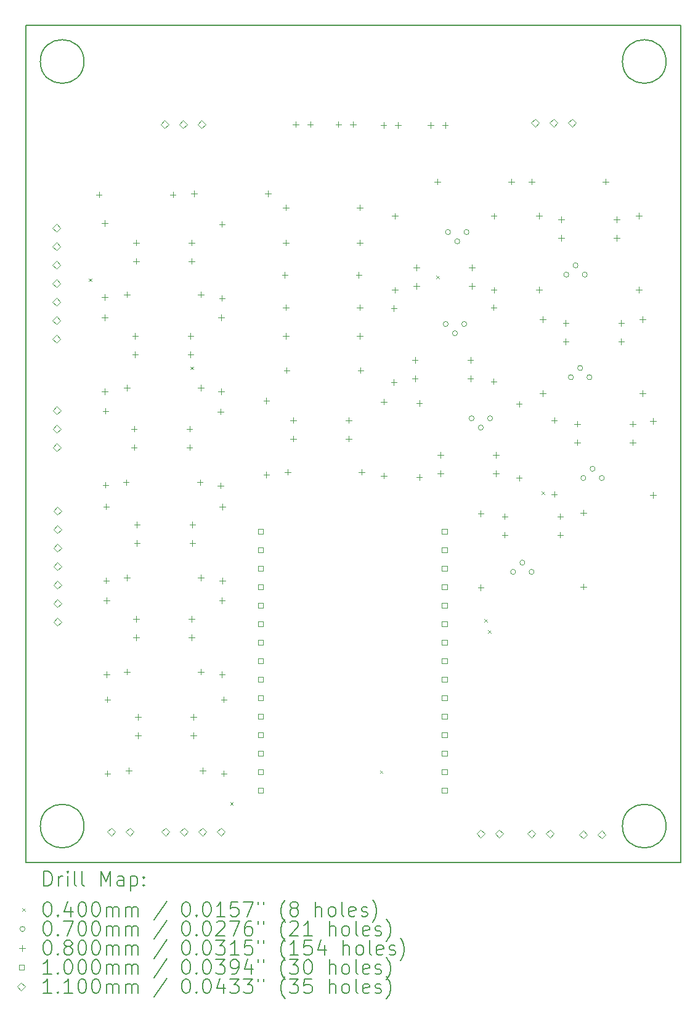
<source format=gbr>
%TF.GenerationSoftware,KiCad,Pcbnew,7.0.5*%
%TF.CreationDate,2023-07-13T15:54:34+01:00*%
%TF.ProjectId,PCB,5043422e-6b69-4636-9164-5f7063625858,rev?*%
%TF.SameCoordinates,Original*%
%TF.FileFunction,Drillmap*%
%TF.FilePolarity,Positive*%
%FSLAX45Y45*%
G04 Gerber Fmt 4.5, Leading zero omitted, Abs format (unit mm)*
G04 Created by KiCad (PCBNEW 7.0.5) date 2023-07-13 15:54:34*
%MOMM*%
%LPD*%
G01*
G04 APERTURE LIST*
%ADD10C,0.200000*%
%ADD11C,0.040000*%
%ADD12C,0.070000*%
%ADD13C,0.080000*%
%ADD14C,0.100000*%
%ADD15C,0.110000*%
G04 APERTURE END LIST*
D10*
X8415200Y-4502045D02*
G75*
G03*
X8415200Y-4502045I-300000J0D01*
G01*
X16415200Y-4502045D02*
G75*
G03*
X16415200Y-4502045I-300000J0D01*
G01*
X16615200Y-15502045D02*
X16615200Y-4002045D01*
X7615200Y-4002045D02*
X7615200Y-15502045D01*
X7615200Y-4002045D02*
X16615200Y-4002045D01*
X8415200Y-15002045D02*
G75*
G03*
X8415200Y-15002045I-300000J0D01*
G01*
X7615200Y-15502045D02*
X16615200Y-15502045D01*
X16415200Y-15002045D02*
G75*
G03*
X16415200Y-15002045I-300000J0D01*
G01*
D11*
X8480730Y-7482375D02*
X8520730Y-7522375D01*
X8520730Y-7482375D02*
X8480730Y-7522375D01*
X9881590Y-8693205D02*
X9921590Y-8733205D01*
X9921590Y-8693205D02*
X9881590Y-8733205D01*
X10425700Y-14674375D02*
X10465700Y-14714375D01*
X10465700Y-14674375D02*
X10425700Y-14714375D01*
X12482300Y-14238045D02*
X12522300Y-14278045D01*
X12522300Y-14238045D02*
X12482300Y-14278045D01*
X13257190Y-7440415D02*
X13297190Y-7480415D01*
X13297190Y-7440415D02*
X13257190Y-7480415D01*
X13916600Y-12159525D02*
X13956600Y-12199525D01*
X13956600Y-12159525D02*
X13916600Y-12199525D01*
X13966210Y-12313425D02*
X14006210Y-12353425D01*
X14006210Y-12313425D02*
X13966210Y-12353425D01*
X14702210Y-10405545D02*
X14742210Y-10445545D01*
X14742210Y-10405545D02*
X14702210Y-10445545D01*
D12*
X13420800Y-8107545D02*
G75*
G03*
X13420800Y-8107545I-35000J0D01*
G01*
X13453130Y-6844475D02*
G75*
G03*
X13453130Y-6844475I-35000J0D01*
G01*
X13547800Y-8234545D02*
G75*
G03*
X13547800Y-8234545I-35000J0D01*
G01*
X13580130Y-6971475D02*
G75*
G03*
X13580130Y-6971475I-35000J0D01*
G01*
X13674800Y-8107545D02*
G75*
G03*
X13674800Y-8107545I-35000J0D01*
G01*
X13707130Y-6844475D02*
G75*
G03*
X13707130Y-6844475I-35000J0D01*
G01*
X13776400Y-9402945D02*
G75*
G03*
X13776400Y-9402945I-35000J0D01*
G01*
X13903400Y-9529945D02*
G75*
G03*
X13903400Y-9529945I-35000J0D01*
G01*
X14030400Y-9402945D02*
G75*
G03*
X14030400Y-9402945I-35000J0D01*
G01*
X14347900Y-11511145D02*
G75*
G03*
X14347900Y-11511145I-35000J0D01*
G01*
X14474900Y-11384145D02*
G75*
G03*
X14474900Y-11384145I-35000J0D01*
G01*
X14601900Y-11511145D02*
G75*
G03*
X14601900Y-11511145I-35000J0D01*
G01*
X15078730Y-7428675D02*
G75*
G03*
X15078730Y-7428675I-35000J0D01*
G01*
X15142230Y-8838375D02*
G75*
G03*
X15142230Y-8838375I-35000J0D01*
G01*
X15205730Y-7301675D02*
G75*
G03*
X15205730Y-7301675I-35000J0D01*
G01*
X15269230Y-8711375D02*
G75*
G03*
X15269230Y-8711375I-35000J0D01*
G01*
X15313100Y-10222675D02*
G75*
G03*
X15313100Y-10222675I-35000J0D01*
G01*
X15332730Y-7428675D02*
G75*
G03*
X15332730Y-7428675I-35000J0D01*
G01*
X15396230Y-8838375D02*
G75*
G03*
X15396230Y-8838375I-35000J0D01*
G01*
X15440100Y-10095675D02*
G75*
G03*
X15440100Y-10095675I-35000J0D01*
G01*
X15567100Y-10222675D02*
G75*
G03*
X15567100Y-10222675I-35000J0D01*
G01*
D13*
X8620410Y-6289545D02*
X8620410Y-6369545D01*
X8580410Y-6329545D02*
X8660410Y-6329545D01*
X8699500Y-6683245D02*
X8699500Y-6763245D01*
X8659500Y-6723245D02*
X8739500Y-6723245D01*
X8699500Y-7699245D02*
X8699500Y-7779245D01*
X8659500Y-7739245D02*
X8739500Y-7739245D01*
X8699500Y-7978645D02*
X8699500Y-8058645D01*
X8659500Y-8018645D02*
X8739500Y-8018645D01*
X8699500Y-8994645D02*
X8699500Y-9074645D01*
X8659500Y-9034645D02*
X8739500Y-9034645D01*
X8711000Y-9262445D02*
X8711000Y-9342445D01*
X8671000Y-9302445D02*
X8751000Y-9302445D01*
X8711000Y-10278445D02*
X8711000Y-10358445D01*
X8671000Y-10318445D02*
X8751000Y-10318445D01*
X8721000Y-10572945D02*
X8721000Y-10652945D01*
X8681000Y-10612945D02*
X8761000Y-10612945D01*
X8721000Y-11588945D02*
X8721000Y-11668945D01*
X8681000Y-11628945D02*
X8761000Y-11628945D01*
X8724900Y-11864845D02*
X8724900Y-11944845D01*
X8684900Y-11904845D02*
X8764900Y-11904845D01*
X8724900Y-12880845D02*
X8724900Y-12960845D01*
X8684900Y-12920845D02*
X8764900Y-12920845D01*
X8737600Y-13223745D02*
X8737600Y-13303745D01*
X8697600Y-13263745D02*
X8777600Y-13263745D01*
X8737600Y-14239745D02*
X8737600Y-14319745D01*
X8697600Y-14279745D02*
X8777600Y-14279745D01*
X8994000Y-10241445D02*
X8994000Y-10321445D01*
X8954000Y-10281445D02*
X9034000Y-10281445D01*
X9004300Y-7661145D02*
X9004300Y-7741145D01*
X8964300Y-7701145D02*
X9044300Y-7701145D01*
X9004300Y-8943845D02*
X9004300Y-9023845D01*
X8964300Y-8983845D02*
X9044300Y-8983845D01*
X9004300Y-12842745D02*
X9004300Y-12922745D01*
X8964300Y-12882745D02*
X9044300Y-12882745D01*
X9005000Y-11550945D02*
X9005000Y-11630945D01*
X8965000Y-11590945D02*
X9045000Y-11590945D01*
X9029700Y-14201645D02*
X9029700Y-14281645D01*
X8989700Y-14241645D02*
X9069700Y-14241645D01*
X9103000Y-9506445D02*
X9103000Y-9586445D01*
X9063000Y-9546445D02*
X9143000Y-9546445D01*
X9103000Y-9760445D02*
X9103000Y-9840445D01*
X9063000Y-9800445D02*
X9143000Y-9800445D01*
X9119600Y-8232145D02*
X9119600Y-8312145D01*
X9079600Y-8272145D02*
X9159600Y-8272145D01*
X9119600Y-8486145D02*
X9119600Y-8566145D01*
X9079600Y-8526145D02*
X9159600Y-8526145D01*
X9132300Y-6949445D02*
X9132300Y-7029445D01*
X9092300Y-6989445D02*
X9172300Y-6989445D01*
X9132300Y-7203445D02*
X9132300Y-7283445D01*
X9092300Y-7243445D02*
X9172300Y-7243445D01*
X9132300Y-12118345D02*
X9132300Y-12198345D01*
X9092300Y-12158345D02*
X9172300Y-12158345D01*
X9132300Y-12372345D02*
X9132300Y-12452345D01*
X9092300Y-12412345D02*
X9172300Y-12412345D01*
X9145000Y-10822945D02*
X9145000Y-10902945D01*
X9105000Y-10862945D02*
X9185000Y-10862945D01*
X9145000Y-11076945D02*
X9145000Y-11156945D01*
X9105000Y-11116945D02*
X9185000Y-11116945D01*
X9156700Y-13465045D02*
X9156700Y-13545045D01*
X9116700Y-13505045D02*
X9196700Y-13505045D01*
X9156700Y-13719045D02*
X9156700Y-13799045D01*
X9116700Y-13759045D02*
X9196700Y-13759045D01*
X9636410Y-6289545D02*
X9636410Y-6369545D01*
X9596410Y-6329545D02*
X9676410Y-6329545D01*
X9865000Y-9506445D02*
X9865000Y-9586445D01*
X9825000Y-9546445D02*
X9905000Y-9546445D01*
X9865000Y-9760445D02*
X9865000Y-9840445D01*
X9825000Y-9800445D02*
X9905000Y-9800445D01*
X9881600Y-8232145D02*
X9881600Y-8312145D01*
X9841600Y-8272145D02*
X9921600Y-8272145D01*
X9881600Y-8486145D02*
X9881600Y-8566145D01*
X9841600Y-8526145D02*
X9921600Y-8526145D01*
X9894300Y-6949445D02*
X9894300Y-7029445D01*
X9854300Y-6989445D02*
X9934300Y-6989445D01*
X9894300Y-7203445D02*
X9894300Y-7283445D01*
X9854300Y-7243445D02*
X9934300Y-7243445D01*
X9894300Y-12118345D02*
X9894300Y-12198345D01*
X9854300Y-12158345D02*
X9934300Y-12158345D01*
X9894300Y-12372345D02*
X9894300Y-12452345D01*
X9854300Y-12412345D02*
X9934300Y-12412345D01*
X9907000Y-10822945D02*
X9907000Y-10902945D01*
X9867000Y-10862945D02*
X9947000Y-10862945D01*
X9907000Y-11076945D02*
X9907000Y-11156945D01*
X9867000Y-11116945D02*
X9947000Y-11116945D01*
X9918700Y-13465045D02*
X9918700Y-13545045D01*
X9878700Y-13505045D02*
X9958700Y-13505045D01*
X9918700Y-13719045D02*
X9918700Y-13799045D01*
X9878700Y-13759045D02*
X9958700Y-13759045D01*
X9928510Y-6276845D02*
X9928510Y-6356845D01*
X9888510Y-6316845D02*
X9968510Y-6316845D01*
X10010000Y-10241445D02*
X10010000Y-10321445D01*
X9970000Y-10281445D02*
X10050000Y-10281445D01*
X10020300Y-7661145D02*
X10020300Y-7741145D01*
X9980300Y-7701145D02*
X10060300Y-7701145D01*
X10020300Y-8943845D02*
X10020300Y-9023845D01*
X9980300Y-8983845D02*
X10060300Y-8983845D01*
X10020300Y-12842745D02*
X10020300Y-12922745D01*
X9980300Y-12882745D02*
X10060300Y-12882745D01*
X10021000Y-11550945D02*
X10021000Y-11630945D01*
X9981000Y-11590945D02*
X10061000Y-11590945D01*
X10045700Y-14201645D02*
X10045700Y-14281645D01*
X10005700Y-14241645D02*
X10085700Y-14241645D01*
X10294000Y-9269445D02*
X10294000Y-9349445D01*
X10254000Y-9309445D02*
X10334000Y-9309445D01*
X10294000Y-10285445D02*
X10294000Y-10365445D01*
X10254000Y-10325445D02*
X10334000Y-10325445D01*
X10299700Y-7978645D02*
X10299700Y-8058645D01*
X10259700Y-8018645D02*
X10339700Y-8018645D01*
X10299700Y-8994645D02*
X10299700Y-9074645D01*
X10259700Y-9034645D02*
X10339700Y-9034645D01*
X10312400Y-6695945D02*
X10312400Y-6775945D01*
X10272400Y-6735945D02*
X10352400Y-6735945D01*
X10312400Y-7711945D02*
X10312400Y-7791945D01*
X10272400Y-7751945D02*
X10352400Y-7751945D01*
X10312400Y-11864845D02*
X10312400Y-11944845D01*
X10272400Y-11904845D02*
X10352400Y-11904845D01*
X10312400Y-12880845D02*
X10312400Y-12960845D01*
X10272400Y-12920845D02*
X10352400Y-12920845D01*
X10318000Y-10577945D02*
X10318000Y-10657945D01*
X10278000Y-10617945D02*
X10358000Y-10617945D01*
X10318000Y-11593945D02*
X10318000Y-11673945D01*
X10278000Y-11633945D02*
X10358000Y-11633945D01*
X10337800Y-13223745D02*
X10337800Y-13303745D01*
X10297800Y-13263745D02*
X10377800Y-13263745D01*
X10337800Y-14239745D02*
X10337800Y-14319745D01*
X10297800Y-14279745D02*
X10377800Y-14279745D01*
X10922000Y-9121645D02*
X10922000Y-9201645D01*
X10882000Y-9161645D02*
X10962000Y-9161645D01*
X10922000Y-10137645D02*
X10922000Y-10217645D01*
X10882000Y-10177645D02*
X10962000Y-10177645D01*
X10944510Y-6276845D02*
X10944510Y-6356845D01*
X10904510Y-6316845D02*
X10984510Y-6316845D01*
X11176000Y-7394445D02*
X11176000Y-7474445D01*
X11136000Y-7434445D02*
X11216000Y-7434445D01*
X11188700Y-6467345D02*
X11188700Y-6547345D01*
X11148700Y-6507345D02*
X11228700Y-6507345D01*
X11188700Y-6949945D02*
X11188700Y-7029945D01*
X11148700Y-6989945D02*
X11228700Y-6989945D01*
X11188700Y-7838945D02*
X11188700Y-7918945D01*
X11148700Y-7878945D02*
X11228700Y-7878945D01*
X11188700Y-8232645D02*
X11188700Y-8312645D01*
X11148700Y-8272645D02*
X11228700Y-8272645D01*
X11201400Y-8702545D02*
X11201400Y-8782545D01*
X11161400Y-8742545D02*
X11241400Y-8742545D01*
X11214100Y-10099545D02*
X11214100Y-10179545D01*
X11174100Y-10139545D02*
X11254100Y-10139545D01*
X11291300Y-9387845D02*
X11291300Y-9467845D01*
X11251300Y-9427845D02*
X11331300Y-9427845D01*
X11291300Y-9641845D02*
X11291300Y-9721845D01*
X11251300Y-9681845D02*
X11331300Y-9681845D01*
X11325510Y-5324345D02*
X11325510Y-5404345D01*
X11285510Y-5364345D02*
X11365510Y-5364345D01*
X11525510Y-5324345D02*
X11525510Y-5404345D01*
X11485510Y-5364345D02*
X11565510Y-5364345D01*
X11912600Y-5324345D02*
X11912600Y-5404345D01*
X11872600Y-5364345D02*
X11952600Y-5364345D01*
X12053300Y-9387845D02*
X12053300Y-9467845D01*
X12013300Y-9427845D02*
X12093300Y-9427845D01*
X12053300Y-9641845D02*
X12053300Y-9721845D01*
X12013300Y-9681845D02*
X12093300Y-9681845D01*
X12112600Y-5324345D02*
X12112600Y-5404345D01*
X12072600Y-5364345D02*
X12152600Y-5364345D01*
X12192000Y-7394445D02*
X12192000Y-7474445D01*
X12152000Y-7434445D02*
X12232000Y-7434445D01*
X12204700Y-6467345D02*
X12204700Y-6547345D01*
X12164700Y-6507345D02*
X12244700Y-6507345D01*
X12204700Y-6949945D02*
X12204700Y-7029945D01*
X12164700Y-6989945D02*
X12244700Y-6989945D01*
X12204700Y-7838945D02*
X12204700Y-7918945D01*
X12164700Y-7878945D02*
X12244700Y-7878945D01*
X12204700Y-8232645D02*
X12204700Y-8312645D01*
X12164700Y-8272645D02*
X12244700Y-8272645D01*
X12217400Y-8702545D02*
X12217400Y-8782545D01*
X12177400Y-8742545D02*
X12257400Y-8742545D01*
X12230100Y-10099545D02*
X12230100Y-10179545D01*
X12190100Y-10139545D02*
X12270100Y-10139545D01*
X12532010Y-5337045D02*
X12532010Y-5417045D01*
X12492010Y-5377045D02*
X12572010Y-5377045D01*
X12534900Y-9134345D02*
X12534900Y-9214345D01*
X12494900Y-9174345D02*
X12574900Y-9174345D01*
X12534900Y-10150345D02*
X12534900Y-10230345D01*
X12494900Y-10190345D02*
X12574900Y-10190345D01*
X12674600Y-7851645D02*
X12674600Y-7931645D01*
X12634600Y-7891645D02*
X12714600Y-7891645D01*
X12674600Y-8867645D02*
X12674600Y-8947645D01*
X12634600Y-8907645D02*
X12714600Y-8907645D01*
X12688460Y-6582805D02*
X12688460Y-6662805D01*
X12648460Y-6622805D02*
X12728460Y-6622805D01*
X12688460Y-7598805D02*
X12688460Y-7678805D01*
X12648460Y-7638805D02*
X12728460Y-7638805D01*
X12732010Y-5337045D02*
X12732010Y-5417045D01*
X12692010Y-5377045D02*
X12772010Y-5377045D01*
X12965700Y-8563345D02*
X12965700Y-8643345D01*
X12925700Y-8603345D02*
X13005700Y-8603345D01*
X12965700Y-8817345D02*
X12965700Y-8897345D01*
X12925700Y-8857345D02*
X13005700Y-8857345D01*
X12982960Y-7291305D02*
X12982960Y-7371305D01*
X12942960Y-7331305D02*
X13022960Y-7331305D01*
X12982960Y-7545305D02*
X12982960Y-7625305D01*
X12942960Y-7585305D02*
X13022960Y-7585305D01*
X13024430Y-9153975D02*
X13024430Y-9233975D01*
X12984430Y-9193975D02*
X13064430Y-9193975D01*
X13024430Y-10169975D02*
X13024430Y-10249975D01*
X12984430Y-10209975D02*
X13064430Y-10209975D01*
X13179710Y-5337045D02*
X13179710Y-5417045D01*
X13139710Y-5377045D02*
X13219710Y-5377045D01*
X13271500Y-6111745D02*
X13271500Y-6191745D01*
X13231500Y-6151745D02*
X13311500Y-6151745D01*
X13316530Y-9865175D02*
X13316530Y-9945175D01*
X13276530Y-9905175D02*
X13356530Y-9905175D01*
X13316530Y-10119175D02*
X13316530Y-10199175D01*
X13276530Y-10159175D02*
X13356530Y-10159175D01*
X13379710Y-5337045D02*
X13379710Y-5417045D01*
X13339710Y-5377045D02*
X13419710Y-5377045D01*
X13727700Y-8563345D02*
X13727700Y-8643345D01*
X13687700Y-8603345D02*
X13767700Y-8603345D01*
X13727700Y-8817345D02*
X13727700Y-8897345D01*
X13687700Y-8857345D02*
X13767700Y-8857345D01*
X13744960Y-7291305D02*
X13744960Y-7371305D01*
X13704960Y-7331305D02*
X13784960Y-7331305D01*
X13744960Y-7545305D02*
X13744960Y-7625305D01*
X13704960Y-7585305D02*
X13784960Y-7585305D01*
X13868400Y-10671045D02*
X13868400Y-10751045D01*
X13828400Y-10711045D02*
X13908400Y-10711045D01*
X13868400Y-11687045D02*
X13868400Y-11767045D01*
X13828400Y-11727045D02*
X13908400Y-11727045D01*
X14046200Y-7838945D02*
X14046200Y-7918945D01*
X14006200Y-7878945D02*
X14086200Y-7878945D01*
X14046200Y-8854945D02*
X14046200Y-8934945D01*
X14006200Y-8894945D02*
X14086200Y-8894945D01*
X14047360Y-6582805D02*
X14047360Y-6662805D01*
X14007360Y-6622805D02*
X14087360Y-6622805D01*
X14047360Y-7598805D02*
X14047360Y-7678805D01*
X14007360Y-7638805D02*
X14087360Y-7638805D01*
X14078530Y-9865175D02*
X14078530Y-9945175D01*
X14038530Y-9905175D02*
X14118530Y-9905175D01*
X14078530Y-10119175D02*
X14078530Y-10199175D01*
X14038530Y-10159175D02*
X14118530Y-10159175D01*
X14199600Y-10708645D02*
X14199600Y-10788645D01*
X14159600Y-10748645D02*
X14239600Y-10748645D01*
X14199600Y-10962645D02*
X14199600Y-11042645D01*
X14159600Y-11002645D02*
X14239600Y-11002645D01*
X14287500Y-6111745D02*
X14287500Y-6191745D01*
X14247500Y-6151745D02*
X14327500Y-6151745D01*
X14396030Y-9166675D02*
X14396030Y-9246675D01*
X14356030Y-9206675D02*
X14436030Y-9206675D01*
X14396030Y-10182675D02*
X14396030Y-10262675D01*
X14356030Y-10222675D02*
X14436030Y-10222675D01*
X14566900Y-6111745D02*
X14566900Y-6191745D01*
X14526900Y-6151745D02*
X14606900Y-6151745D01*
X14668500Y-6581645D02*
X14668500Y-6661645D01*
X14628500Y-6621645D02*
X14708500Y-6621645D01*
X14668500Y-7597645D02*
X14668500Y-7677645D01*
X14628500Y-7637645D02*
X14708500Y-7637645D01*
X14719300Y-8004045D02*
X14719300Y-8084045D01*
X14679300Y-8044045D02*
X14759300Y-8044045D01*
X14719300Y-9020045D02*
X14719300Y-9100045D01*
X14679300Y-9060045D02*
X14759300Y-9060045D01*
X14877470Y-9388345D02*
X14877470Y-9468345D01*
X14837470Y-9428345D02*
X14917470Y-9428345D01*
X14877470Y-10404345D02*
X14877470Y-10484345D01*
X14837470Y-10444345D02*
X14917470Y-10444345D01*
X14961600Y-10708645D02*
X14961600Y-10788645D01*
X14921600Y-10748645D02*
X15001600Y-10748645D01*
X14961600Y-10962645D02*
X14961600Y-11042645D01*
X14921600Y-11002645D02*
X15001600Y-11002645D01*
X14974300Y-6631945D02*
X14974300Y-6711945D01*
X14934300Y-6671945D02*
X15014300Y-6671945D01*
X14974300Y-6885945D02*
X14974300Y-6965945D01*
X14934300Y-6925945D02*
X15014300Y-6925945D01*
X15037800Y-8054345D02*
X15037800Y-8134345D01*
X14997800Y-8094345D02*
X15077800Y-8094345D01*
X15037800Y-8308345D02*
X15037800Y-8388345D01*
X14997800Y-8348345D02*
X15077800Y-8348345D01*
X15195970Y-9438645D02*
X15195970Y-9518645D01*
X15155970Y-9478645D02*
X15235970Y-9478645D01*
X15195970Y-9692645D02*
X15195970Y-9772645D01*
X15155970Y-9732645D02*
X15235970Y-9732645D01*
X15278100Y-10658345D02*
X15278100Y-10738345D01*
X15238100Y-10698345D02*
X15318100Y-10698345D01*
X15278100Y-11674345D02*
X15278100Y-11754345D01*
X15238100Y-11714345D02*
X15318100Y-11714345D01*
X15582900Y-6111745D02*
X15582900Y-6191745D01*
X15542900Y-6151745D02*
X15622900Y-6151745D01*
X15736300Y-6631945D02*
X15736300Y-6711945D01*
X15696300Y-6671945D02*
X15776300Y-6671945D01*
X15736300Y-6885945D02*
X15736300Y-6965945D01*
X15696300Y-6925945D02*
X15776300Y-6925945D01*
X15799800Y-8054345D02*
X15799800Y-8134345D01*
X15759800Y-8094345D02*
X15839800Y-8094345D01*
X15799800Y-8308345D02*
X15799800Y-8388345D01*
X15759800Y-8348345D02*
X15839800Y-8348345D01*
X15957970Y-9438645D02*
X15957970Y-9518645D01*
X15917970Y-9478645D02*
X15997970Y-9478645D01*
X15957970Y-9692645D02*
X15957970Y-9772645D01*
X15917970Y-9732645D02*
X15997970Y-9732645D01*
X16040100Y-6581645D02*
X16040100Y-6661645D01*
X16000100Y-6621645D02*
X16080100Y-6621645D01*
X16040100Y-7597645D02*
X16040100Y-7677645D01*
X16000100Y-7637645D02*
X16080100Y-7637645D01*
X16090900Y-8004045D02*
X16090900Y-8084045D01*
X16050900Y-8044045D02*
X16130900Y-8044045D01*
X16090900Y-9020045D02*
X16090900Y-9100045D01*
X16050900Y-9060045D02*
X16130900Y-9060045D01*
X16236370Y-9401045D02*
X16236370Y-9481045D01*
X16196370Y-9441045D02*
X16276370Y-9441045D01*
X16236370Y-10417045D02*
X16236370Y-10497045D01*
X16196370Y-10457045D02*
X16276370Y-10457045D01*
D14*
X10880556Y-10991401D02*
X10880556Y-10920689D01*
X10809844Y-10920689D01*
X10809844Y-10991401D01*
X10880556Y-10991401D01*
X10880556Y-11245401D02*
X10880556Y-11174689D01*
X10809844Y-11174689D01*
X10809844Y-11245401D01*
X10880556Y-11245401D01*
X10880556Y-11499401D02*
X10880556Y-11428689D01*
X10809844Y-11428689D01*
X10809844Y-11499401D01*
X10880556Y-11499401D01*
X10880556Y-11753401D02*
X10880556Y-11682689D01*
X10809844Y-11682689D01*
X10809844Y-11753401D01*
X10880556Y-11753401D01*
X10880556Y-12007401D02*
X10880556Y-11936689D01*
X10809844Y-11936689D01*
X10809844Y-12007401D01*
X10880556Y-12007401D01*
X10880556Y-12261401D02*
X10880556Y-12190689D01*
X10809844Y-12190689D01*
X10809844Y-12261401D01*
X10880556Y-12261401D01*
X10880556Y-12515401D02*
X10880556Y-12444689D01*
X10809844Y-12444689D01*
X10809844Y-12515401D01*
X10880556Y-12515401D01*
X10880556Y-12769401D02*
X10880556Y-12698689D01*
X10809844Y-12698689D01*
X10809844Y-12769401D01*
X10880556Y-12769401D01*
X10880556Y-13023401D02*
X10880556Y-12952689D01*
X10809844Y-12952689D01*
X10809844Y-13023401D01*
X10880556Y-13023401D01*
X10880556Y-13277401D02*
X10880556Y-13206689D01*
X10809844Y-13206689D01*
X10809844Y-13277401D01*
X10880556Y-13277401D01*
X10880556Y-13531401D02*
X10880556Y-13460689D01*
X10809844Y-13460689D01*
X10809844Y-13531401D01*
X10880556Y-13531401D01*
X10880556Y-13785401D02*
X10880556Y-13714689D01*
X10809844Y-13714689D01*
X10809844Y-13785401D01*
X10880556Y-13785401D01*
X10880556Y-14039401D02*
X10880556Y-13968689D01*
X10809844Y-13968689D01*
X10809844Y-14039401D01*
X10880556Y-14039401D01*
X10880556Y-14293401D02*
X10880556Y-14222689D01*
X10809844Y-14222689D01*
X10809844Y-14293401D01*
X10880556Y-14293401D01*
X10880556Y-14547401D02*
X10880556Y-14476689D01*
X10809844Y-14476689D01*
X10809844Y-14547401D01*
X10880556Y-14547401D01*
X13405556Y-10991401D02*
X13405556Y-10920689D01*
X13334844Y-10920689D01*
X13334844Y-10991401D01*
X13405556Y-10991401D01*
X13405556Y-11245401D02*
X13405556Y-11174689D01*
X13334844Y-11174689D01*
X13334844Y-11245401D01*
X13405556Y-11245401D01*
X13405556Y-11499401D02*
X13405556Y-11428689D01*
X13334844Y-11428689D01*
X13334844Y-11499401D01*
X13405556Y-11499401D01*
X13405556Y-11753401D02*
X13405556Y-11682689D01*
X13334844Y-11682689D01*
X13334844Y-11753401D01*
X13405556Y-11753401D01*
X13405556Y-12007401D02*
X13405556Y-11936689D01*
X13334844Y-11936689D01*
X13334844Y-12007401D01*
X13405556Y-12007401D01*
X13405556Y-12261401D02*
X13405556Y-12190689D01*
X13334844Y-12190689D01*
X13334844Y-12261401D01*
X13405556Y-12261401D01*
X13405556Y-12515251D02*
X13405556Y-12444539D01*
X13334844Y-12444539D01*
X13334844Y-12515251D01*
X13405556Y-12515251D01*
X13405556Y-12769401D02*
X13405556Y-12698689D01*
X13334844Y-12698689D01*
X13334844Y-12769401D01*
X13405556Y-12769401D01*
X13405556Y-13023401D02*
X13405556Y-12952689D01*
X13334844Y-12952689D01*
X13334844Y-13023401D01*
X13405556Y-13023401D01*
X13405556Y-13277401D02*
X13405556Y-13206689D01*
X13334844Y-13206689D01*
X13334844Y-13277401D01*
X13405556Y-13277401D01*
X13405556Y-13531401D02*
X13405556Y-13460689D01*
X13334844Y-13460689D01*
X13334844Y-13531401D01*
X13405556Y-13531401D01*
X13405556Y-13785401D02*
X13405556Y-13714689D01*
X13334844Y-13714689D01*
X13334844Y-13785401D01*
X13405556Y-13785401D01*
X13405556Y-14039401D02*
X13405556Y-13968689D01*
X13334844Y-13968689D01*
X13334844Y-14039401D01*
X13405556Y-14039401D01*
X13405556Y-14293401D02*
X13405556Y-14222689D01*
X13334844Y-14222689D01*
X13334844Y-14293401D01*
X13405556Y-14293401D01*
X13405556Y-14547401D02*
X13405556Y-14476689D01*
X13334844Y-14476689D01*
X13334844Y-14547401D01*
X13405556Y-14547401D01*
D15*
X8039100Y-6841745D02*
X8094100Y-6786745D01*
X8039100Y-6731745D01*
X7984100Y-6786745D01*
X8039100Y-6841745D01*
X8039100Y-7095745D02*
X8094100Y-7040745D01*
X8039100Y-6985745D01*
X7984100Y-7040745D01*
X8039100Y-7095745D01*
X8039100Y-7349745D02*
X8094100Y-7294745D01*
X8039100Y-7239745D01*
X7984100Y-7294745D01*
X8039100Y-7349745D01*
X8039100Y-7603745D02*
X8094100Y-7548745D01*
X8039100Y-7493745D01*
X7984100Y-7548745D01*
X8039100Y-7603745D01*
X8039100Y-7857745D02*
X8094100Y-7802745D01*
X8039100Y-7747745D01*
X7984100Y-7802745D01*
X8039100Y-7857745D01*
X8039100Y-8111745D02*
X8094100Y-8056745D01*
X8039100Y-8001745D01*
X7984100Y-8056745D01*
X8039100Y-8111745D01*
X8039100Y-8365745D02*
X8094100Y-8310745D01*
X8039100Y-8255745D01*
X7984100Y-8310745D01*
X8039100Y-8365745D01*
X8041800Y-9347945D02*
X8096800Y-9292945D01*
X8041800Y-9237945D01*
X7986800Y-9292945D01*
X8041800Y-9347945D01*
X8041800Y-9601945D02*
X8096800Y-9546945D01*
X8041800Y-9491945D01*
X7986800Y-9546945D01*
X8041800Y-9601945D01*
X8041800Y-9855945D02*
X8096800Y-9800945D01*
X8041800Y-9745945D01*
X7986800Y-9800945D01*
X8041800Y-9855945D01*
X8051800Y-10727945D02*
X8106800Y-10672945D01*
X8051800Y-10617945D01*
X7996800Y-10672945D01*
X8051800Y-10727945D01*
X8051800Y-10981945D02*
X8106800Y-10926945D01*
X8051800Y-10871945D01*
X7996800Y-10926945D01*
X8051800Y-10981945D01*
X8051800Y-11235945D02*
X8106800Y-11180945D01*
X8051800Y-11125945D01*
X7996800Y-11180945D01*
X8051800Y-11235945D01*
X8051800Y-11489945D02*
X8106800Y-11434945D01*
X8051800Y-11379945D01*
X7996800Y-11434945D01*
X8051800Y-11489945D01*
X8051800Y-11743945D02*
X8106800Y-11688945D01*
X8051800Y-11633945D01*
X7996800Y-11688945D01*
X8051800Y-11743945D01*
X8051800Y-11997945D02*
X8106800Y-11942945D01*
X8051800Y-11887945D01*
X7996800Y-11942945D01*
X8051800Y-11997945D01*
X8051800Y-12251945D02*
X8106800Y-12196945D01*
X8051800Y-12141945D01*
X7996800Y-12196945D01*
X8051800Y-12251945D01*
X8792700Y-15137845D02*
X8847700Y-15082845D01*
X8792700Y-15027845D01*
X8737700Y-15082845D01*
X8792700Y-15137845D01*
X9046700Y-15137845D02*
X9101700Y-15082845D01*
X9046700Y-15027845D01*
X8991700Y-15082845D01*
X9046700Y-15137845D01*
X9525210Y-5420845D02*
X9580210Y-5365845D01*
X9525210Y-5310845D01*
X9470210Y-5365845D01*
X9525210Y-5420845D01*
X9537700Y-15134845D02*
X9592700Y-15079845D01*
X9537700Y-15024845D01*
X9482700Y-15079845D01*
X9537700Y-15134845D01*
X9779210Y-5420845D02*
X9834210Y-5365845D01*
X9779210Y-5310845D01*
X9724210Y-5365845D01*
X9779210Y-5420845D01*
X9791700Y-15134845D02*
X9846700Y-15079845D01*
X9791700Y-15024845D01*
X9736700Y-15079845D01*
X9791700Y-15134845D01*
X10033210Y-5420845D02*
X10088210Y-5365845D01*
X10033210Y-5310845D01*
X9978210Y-5365845D01*
X10033210Y-5420845D01*
X10045700Y-15134845D02*
X10100700Y-15079845D01*
X10045700Y-15024845D01*
X9990700Y-15079845D01*
X10045700Y-15134845D01*
X10299700Y-15134845D02*
X10354700Y-15079845D01*
X10299700Y-15024845D01*
X10244700Y-15079845D01*
X10299700Y-15134845D01*
X13868400Y-15160245D02*
X13923400Y-15105245D01*
X13868400Y-15050245D01*
X13813400Y-15105245D01*
X13868400Y-15160245D01*
X14122400Y-15160245D02*
X14177400Y-15105245D01*
X14122400Y-15050245D01*
X14067400Y-15105245D01*
X14122400Y-15160245D01*
X14566900Y-15160245D02*
X14621900Y-15105245D01*
X14566900Y-15050245D01*
X14511900Y-15105245D01*
X14566900Y-15160245D01*
X14617700Y-5399545D02*
X14672700Y-5344545D01*
X14617700Y-5289545D01*
X14562700Y-5344545D01*
X14617700Y-5399545D01*
X14820900Y-15160245D02*
X14875900Y-15105245D01*
X14820900Y-15050245D01*
X14765900Y-15105245D01*
X14820900Y-15160245D01*
X14871700Y-5399545D02*
X14926700Y-5344545D01*
X14871700Y-5289545D01*
X14816700Y-5344545D01*
X14871700Y-5399545D01*
X15125700Y-5399545D02*
X15180700Y-5344545D01*
X15125700Y-5289545D01*
X15070700Y-5344545D01*
X15125700Y-5399545D01*
X15278100Y-15172945D02*
X15333100Y-15117945D01*
X15278100Y-15062945D01*
X15223100Y-15117945D01*
X15278100Y-15172945D01*
X15532100Y-15172945D02*
X15587100Y-15117945D01*
X15532100Y-15062945D01*
X15477100Y-15117945D01*
X15532100Y-15172945D01*
D10*
X7865977Y-15823529D02*
X7865977Y-15623529D01*
X7865977Y-15623529D02*
X7913596Y-15623529D01*
X7913596Y-15623529D02*
X7942167Y-15633053D01*
X7942167Y-15633053D02*
X7961215Y-15652100D01*
X7961215Y-15652100D02*
X7970739Y-15671148D01*
X7970739Y-15671148D02*
X7980262Y-15709243D01*
X7980262Y-15709243D02*
X7980262Y-15737814D01*
X7980262Y-15737814D02*
X7970739Y-15775910D01*
X7970739Y-15775910D02*
X7961215Y-15794957D01*
X7961215Y-15794957D02*
X7942167Y-15814005D01*
X7942167Y-15814005D02*
X7913596Y-15823529D01*
X7913596Y-15823529D02*
X7865977Y-15823529D01*
X8065977Y-15823529D02*
X8065977Y-15690195D01*
X8065977Y-15728291D02*
X8075501Y-15709243D01*
X8075501Y-15709243D02*
X8085024Y-15699719D01*
X8085024Y-15699719D02*
X8104072Y-15690195D01*
X8104072Y-15690195D02*
X8123120Y-15690195D01*
X8189786Y-15823529D02*
X8189786Y-15690195D01*
X8189786Y-15623529D02*
X8180262Y-15633053D01*
X8180262Y-15633053D02*
X8189786Y-15642576D01*
X8189786Y-15642576D02*
X8199310Y-15633053D01*
X8199310Y-15633053D02*
X8189786Y-15623529D01*
X8189786Y-15623529D02*
X8189786Y-15642576D01*
X8313596Y-15823529D02*
X8294548Y-15814005D01*
X8294548Y-15814005D02*
X8285024Y-15794957D01*
X8285024Y-15794957D02*
X8285024Y-15623529D01*
X8418358Y-15823529D02*
X8399310Y-15814005D01*
X8399310Y-15814005D02*
X8389786Y-15794957D01*
X8389786Y-15794957D02*
X8389786Y-15623529D01*
X8646929Y-15823529D02*
X8646929Y-15623529D01*
X8646929Y-15623529D02*
X8713596Y-15766386D01*
X8713596Y-15766386D02*
X8780263Y-15623529D01*
X8780263Y-15623529D02*
X8780263Y-15823529D01*
X8961215Y-15823529D02*
X8961215Y-15718767D01*
X8961215Y-15718767D02*
X8951691Y-15699719D01*
X8951691Y-15699719D02*
X8932644Y-15690195D01*
X8932644Y-15690195D02*
X8894548Y-15690195D01*
X8894548Y-15690195D02*
X8875501Y-15699719D01*
X8961215Y-15814005D02*
X8942167Y-15823529D01*
X8942167Y-15823529D02*
X8894548Y-15823529D01*
X8894548Y-15823529D02*
X8875501Y-15814005D01*
X8875501Y-15814005D02*
X8865977Y-15794957D01*
X8865977Y-15794957D02*
X8865977Y-15775910D01*
X8865977Y-15775910D02*
X8875501Y-15756862D01*
X8875501Y-15756862D02*
X8894548Y-15747338D01*
X8894548Y-15747338D02*
X8942167Y-15747338D01*
X8942167Y-15747338D02*
X8961215Y-15737814D01*
X9056453Y-15690195D02*
X9056453Y-15890195D01*
X9056453Y-15699719D02*
X9075501Y-15690195D01*
X9075501Y-15690195D02*
X9113596Y-15690195D01*
X9113596Y-15690195D02*
X9132644Y-15699719D01*
X9132644Y-15699719D02*
X9142167Y-15709243D01*
X9142167Y-15709243D02*
X9151691Y-15728291D01*
X9151691Y-15728291D02*
X9151691Y-15785433D01*
X9151691Y-15785433D02*
X9142167Y-15804481D01*
X9142167Y-15804481D02*
X9132644Y-15814005D01*
X9132644Y-15814005D02*
X9113596Y-15823529D01*
X9113596Y-15823529D02*
X9075501Y-15823529D01*
X9075501Y-15823529D02*
X9056453Y-15814005D01*
X9237405Y-15804481D02*
X9246929Y-15814005D01*
X9246929Y-15814005D02*
X9237405Y-15823529D01*
X9237405Y-15823529D02*
X9227882Y-15814005D01*
X9227882Y-15814005D02*
X9237405Y-15804481D01*
X9237405Y-15804481D02*
X9237405Y-15823529D01*
X9237405Y-15699719D02*
X9246929Y-15709243D01*
X9246929Y-15709243D02*
X9237405Y-15718767D01*
X9237405Y-15718767D02*
X9227882Y-15709243D01*
X9227882Y-15709243D02*
X9237405Y-15699719D01*
X9237405Y-15699719D02*
X9237405Y-15718767D01*
D11*
X7565200Y-16132045D02*
X7605200Y-16172045D01*
X7605200Y-16132045D02*
X7565200Y-16172045D01*
D10*
X7904072Y-16043529D02*
X7923120Y-16043529D01*
X7923120Y-16043529D02*
X7942167Y-16053053D01*
X7942167Y-16053053D02*
X7951691Y-16062576D01*
X7951691Y-16062576D02*
X7961215Y-16081624D01*
X7961215Y-16081624D02*
X7970739Y-16119719D01*
X7970739Y-16119719D02*
X7970739Y-16167338D01*
X7970739Y-16167338D02*
X7961215Y-16205433D01*
X7961215Y-16205433D02*
X7951691Y-16224481D01*
X7951691Y-16224481D02*
X7942167Y-16234005D01*
X7942167Y-16234005D02*
X7923120Y-16243529D01*
X7923120Y-16243529D02*
X7904072Y-16243529D01*
X7904072Y-16243529D02*
X7885024Y-16234005D01*
X7885024Y-16234005D02*
X7875501Y-16224481D01*
X7875501Y-16224481D02*
X7865977Y-16205433D01*
X7865977Y-16205433D02*
X7856453Y-16167338D01*
X7856453Y-16167338D02*
X7856453Y-16119719D01*
X7856453Y-16119719D02*
X7865977Y-16081624D01*
X7865977Y-16081624D02*
X7875501Y-16062576D01*
X7875501Y-16062576D02*
X7885024Y-16053053D01*
X7885024Y-16053053D02*
X7904072Y-16043529D01*
X8056453Y-16224481D02*
X8065977Y-16234005D01*
X8065977Y-16234005D02*
X8056453Y-16243529D01*
X8056453Y-16243529D02*
X8046929Y-16234005D01*
X8046929Y-16234005D02*
X8056453Y-16224481D01*
X8056453Y-16224481D02*
X8056453Y-16243529D01*
X8237405Y-16110195D02*
X8237405Y-16243529D01*
X8189786Y-16034005D02*
X8142167Y-16176862D01*
X8142167Y-16176862D02*
X8265977Y-16176862D01*
X8380262Y-16043529D02*
X8399310Y-16043529D01*
X8399310Y-16043529D02*
X8418358Y-16053053D01*
X8418358Y-16053053D02*
X8427882Y-16062576D01*
X8427882Y-16062576D02*
X8437405Y-16081624D01*
X8437405Y-16081624D02*
X8446929Y-16119719D01*
X8446929Y-16119719D02*
X8446929Y-16167338D01*
X8446929Y-16167338D02*
X8437405Y-16205433D01*
X8437405Y-16205433D02*
X8427882Y-16224481D01*
X8427882Y-16224481D02*
X8418358Y-16234005D01*
X8418358Y-16234005D02*
X8399310Y-16243529D01*
X8399310Y-16243529D02*
X8380262Y-16243529D01*
X8380262Y-16243529D02*
X8361215Y-16234005D01*
X8361215Y-16234005D02*
X8351691Y-16224481D01*
X8351691Y-16224481D02*
X8342167Y-16205433D01*
X8342167Y-16205433D02*
X8332643Y-16167338D01*
X8332643Y-16167338D02*
X8332643Y-16119719D01*
X8332643Y-16119719D02*
X8342167Y-16081624D01*
X8342167Y-16081624D02*
X8351691Y-16062576D01*
X8351691Y-16062576D02*
X8361215Y-16053053D01*
X8361215Y-16053053D02*
X8380262Y-16043529D01*
X8570739Y-16043529D02*
X8589786Y-16043529D01*
X8589786Y-16043529D02*
X8608834Y-16053053D01*
X8608834Y-16053053D02*
X8618358Y-16062576D01*
X8618358Y-16062576D02*
X8627882Y-16081624D01*
X8627882Y-16081624D02*
X8637405Y-16119719D01*
X8637405Y-16119719D02*
X8637405Y-16167338D01*
X8637405Y-16167338D02*
X8627882Y-16205433D01*
X8627882Y-16205433D02*
X8618358Y-16224481D01*
X8618358Y-16224481D02*
X8608834Y-16234005D01*
X8608834Y-16234005D02*
X8589786Y-16243529D01*
X8589786Y-16243529D02*
X8570739Y-16243529D01*
X8570739Y-16243529D02*
X8551691Y-16234005D01*
X8551691Y-16234005D02*
X8542167Y-16224481D01*
X8542167Y-16224481D02*
X8532644Y-16205433D01*
X8532644Y-16205433D02*
X8523120Y-16167338D01*
X8523120Y-16167338D02*
X8523120Y-16119719D01*
X8523120Y-16119719D02*
X8532644Y-16081624D01*
X8532644Y-16081624D02*
X8542167Y-16062576D01*
X8542167Y-16062576D02*
X8551691Y-16053053D01*
X8551691Y-16053053D02*
X8570739Y-16043529D01*
X8723120Y-16243529D02*
X8723120Y-16110195D01*
X8723120Y-16129243D02*
X8732644Y-16119719D01*
X8732644Y-16119719D02*
X8751691Y-16110195D01*
X8751691Y-16110195D02*
X8780263Y-16110195D01*
X8780263Y-16110195D02*
X8799310Y-16119719D01*
X8799310Y-16119719D02*
X8808834Y-16138767D01*
X8808834Y-16138767D02*
X8808834Y-16243529D01*
X8808834Y-16138767D02*
X8818358Y-16119719D01*
X8818358Y-16119719D02*
X8837405Y-16110195D01*
X8837405Y-16110195D02*
X8865977Y-16110195D01*
X8865977Y-16110195D02*
X8885025Y-16119719D01*
X8885025Y-16119719D02*
X8894548Y-16138767D01*
X8894548Y-16138767D02*
X8894548Y-16243529D01*
X8989786Y-16243529D02*
X8989786Y-16110195D01*
X8989786Y-16129243D02*
X8999310Y-16119719D01*
X8999310Y-16119719D02*
X9018358Y-16110195D01*
X9018358Y-16110195D02*
X9046929Y-16110195D01*
X9046929Y-16110195D02*
X9065977Y-16119719D01*
X9065977Y-16119719D02*
X9075501Y-16138767D01*
X9075501Y-16138767D02*
X9075501Y-16243529D01*
X9075501Y-16138767D02*
X9085025Y-16119719D01*
X9085025Y-16119719D02*
X9104072Y-16110195D01*
X9104072Y-16110195D02*
X9132644Y-16110195D01*
X9132644Y-16110195D02*
X9151691Y-16119719D01*
X9151691Y-16119719D02*
X9161215Y-16138767D01*
X9161215Y-16138767D02*
X9161215Y-16243529D01*
X9551691Y-16034005D02*
X9380263Y-16291148D01*
X9808834Y-16043529D02*
X9827882Y-16043529D01*
X9827882Y-16043529D02*
X9846929Y-16053053D01*
X9846929Y-16053053D02*
X9856453Y-16062576D01*
X9856453Y-16062576D02*
X9865977Y-16081624D01*
X9865977Y-16081624D02*
X9875501Y-16119719D01*
X9875501Y-16119719D02*
X9875501Y-16167338D01*
X9875501Y-16167338D02*
X9865977Y-16205433D01*
X9865977Y-16205433D02*
X9856453Y-16224481D01*
X9856453Y-16224481D02*
X9846929Y-16234005D01*
X9846929Y-16234005D02*
X9827882Y-16243529D01*
X9827882Y-16243529D02*
X9808834Y-16243529D01*
X9808834Y-16243529D02*
X9789787Y-16234005D01*
X9789787Y-16234005D02*
X9780263Y-16224481D01*
X9780263Y-16224481D02*
X9770739Y-16205433D01*
X9770739Y-16205433D02*
X9761215Y-16167338D01*
X9761215Y-16167338D02*
X9761215Y-16119719D01*
X9761215Y-16119719D02*
X9770739Y-16081624D01*
X9770739Y-16081624D02*
X9780263Y-16062576D01*
X9780263Y-16062576D02*
X9789787Y-16053053D01*
X9789787Y-16053053D02*
X9808834Y-16043529D01*
X9961215Y-16224481D02*
X9970739Y-16234005D01*
X9970739Y-16234005D02*
X9961215Y-16243529D01*
X9961215Y-16243529D02*
X9951691Y-16234005D01*
X9951691Y-16234005D02*
X9961215Y-16224481D01*
X9961215Y-16224481D02*
X9961215Y-16243529D01*
X10094548Y-16043529D02*
X10113596Y-16043529D01*
X10113596Y-16043529D02*
X10132644Y-16053053D01*
X10132644Y-16053053D02*
X10142168Y-16062576D01*
X10142168Y-16062576D02*
X10151691Y-16081624D01*
X10151691Y-16081624D02*
X10161215Y-16119719D01*
X10161215Y-16119719D02*
X10161215Y-16167338D01*
X10161215Y-16167338D02*
X10151691Y-16205433D01*
X10151691Y-16205433D02*
X10142168Y-16224481D01*
X10142168Y-16224481D02*
X10132644Y-16234005D01*
X10132644Y-16234005D02*
X10113596Y-16243529D01*
X10113596Y-16243529D02*
X10094548Y-16243529D01*
X10094548Y-16243529D02*
X10075501Y-16234005D01*
X10075501Y-16234005D02*
X10065977Y-16224481D01*
X10065977Y-16224481D02*
X10056453Y-16205433D01*
X10056453Y-16205433D02*
X10046929Y-16167338D01*
X10046929Y-16167338D02*
X10046929Y-16119719D01*
X10046929Y-16119719D02*
X10056453Y-16081624D01*
X10056453Y-16081624D02*
X10065977Y-16062576D01*
X10065977Y-16062576D02*
X10075501Y-16053053D01*
X10075501Y-16053053D02*
X10094548Y-16043529D01*
X10351691Y-16243529D02*
X10237406Y-16243529D01*
X10294548Y-16243529D02*
X10294548Y-16043529D01*
X10294548Y-16043529D02*
X10275501Y-16072100D01*
X10275501Y-16072100D02*
X10256453Y-16091148D01*
X10256453Y-16091148D02*
X10237406Y-16100672D01*
X10532644Y-16043529D02*
X10437406Y-16043529D01*
X10437406Y-16043529D02*
X10427882Y-16138767D01*
X10427882Y-16138767D02*
X10437406Y-16129243D01*
X10437406Y-16129243D02*
X10456453Y-16119719D01*
X10456453Y-16119719D02*
X10504072Y-16119719D01*
X10504072Y-16119719D02*
X10523120Y-16129243D01*
X10523120Y-16129243D02*
X10532644Y-16138767D01*
X10532644Y-16138767D02*
X10542168Y-16157814D01*
X10542168Y-16157814D02*
X10542168Y-16205433D01*
X10542168Y-16205433D02*
X10532644Y-16224481D01*
X10532644Y-16224481D02*
X10523120Y-16234005D01*
X10523120Y-16234005D02*
X10504072Y-16243529D01*
X10504072Y-16243529D02*
X10456453Y-16243529D01*
X10456453Y-16243529D02*
X10437406Y-16234005D01*
X10437406Y-16234005D02*
X10427882Y-16224481D01*
X10608834Y-16043529D02*
X10742168Y-16043529D01*
X10742168Y-16043529D02*
X10656453Y-16243529D01*
X10808834Y-16043529D02*
X10808834Y-16081624D01*
X10885025Y-16043529D02*
X10885025Y-16081624D01*
X11180263Y-16319719D02*
X11170739Y-16310195D01*
X11170739Y-16310195D02*
X11151691Y-16281624D01*
X11151691Y-16281624D02*
X11142168Y-16262576D01*
X11142168Y-16262576D02*
X11132644Y-16234005D01*
X11132644Y-16234005D02*
X11123120Y-16186386D01*
X11123120Y-16186386D02*
X11123120Y-16148291D01*
X11123120Y-16148291D02*
X11132644Y-16100672D01*
X11132644Y-16100672D02*
X11142168Y-16072100D01*
X11142168Y-16072100D02*
X11151691Y-16053053D01*
X11151691Y-16053053D02*
X11170739Y-16024481D01*
X11170739Y-16024481D02*
X11180263Y-16014957D01*
X11285025Y-16129243D02*
X11265977Y-16119719D01*
X11265977Y-16119719D02*
X11256453Y-16110195D01*
X11256453Y-16110195D02*
X11246929Y-16091148D01*
X11246929Y-16091148D02*
X11246929Y-16081624D01*
X11246929Y-16081624D02*
X11256453Y-16062576D01*
X11256453Y-16062576D02*
X11265977Y-16053053D01*
X11265977Y-16053053D02*
X11285025Y-16043529D01*
X11285025Y-16043529D02*
X11323120Y-16043529D01*
X11323120Y-16043529D02*
X11342168Y-16053053D01*
X11342168Y-16053053D02*
X11351691Y-16062576D01*
X11351691Y-16062576D02*
X11361215Y-16081624D01*
X11361215Y-16081624D02*
X11361215Y-16091148D01*
X11361215Y-16091148D02*
X11351691Y-16110195D01*
X11351691Y-16110195D02*
X11342168Y-16119719D01*
X11342168Y-16119719D02*
X11323120Y-16129243D01*
X11323120Y-16129243D02*
X11285025Y-16129243D01*
X11285025Y-16129243D02*
X11265977Y-16138767D01*
X11265977Y-16138767D02*
X11256453Y-16148291D01*
X11256453Y-16148291D02*
X11246929Y-16167338D01*
X11246929Y-16167338D02*
X11246929Y-16205433D01*
X11246929Y-16205433D02*
X11256453Y-16224481D01*
X11256453Y-16224481D02*
X11265977Y-16234005D01*
X11265977Y-16234005D02*
X11285025Y-16243529D01*
X11285025Y-16243529D02*
X11323120Y-16243529D01*
X11323120Y-16243529D02*
X11342168Y-16234005D01*
X11342168Y-16234005D02*
X11351691Y-16224481D01*
X11351691Y-16224481D02*
X11361215Y-16205433D01*
X11361215Y-16205433D02*
X11361215Y-16167338D01*
X11361215Y-16167338D02*
X11351691Y-16148291D01*
X11351691Y-16148291D02*
X11342168Y-16138767D01*
X11342168Y-16138767D02*
X11323120Y-16129243D01*
X11599310Y-16243529D02*
X11599310Y-16043529D01*
X11685025Y-16243529D02*
X11685025Y-16138767D01*
X11685025Y-16138767D02*
X11675501Y-16119719D01*
X11675501Y-16119719D02*
X11656453Y-16110195D01*
X11656453Y-16110195D02*
X11627882Y-16110195D01*
X11627882Y-16110195D02*
X11608834Y-16119719D01*
X11608834Y-16119719D02*
X11599310Y-16129243D01*
X11808834Y-16243529D02*
X11789787Y-16234005D01*
X11789787Y-16234005D02*
X11780263Y-16224481D01*
X11780263Y-16224481D02*
X11770739Y-16205433D01*
X11770739Y-16205433D02*
X11770739Y-16148291D01*
X11770739Y-16148291D02*
X11780263Y-16129243D01*
X11780263Y-16129243D02*
X11789787Y-16119719D01*
X11789787Y-16119719D02*
X11808834Y-16110195D01*
X11808834Y-16110195D02*
X11837406Y-16110195D01*
X11837406Y-16110195D02*
X11856453Y-16119719D01*
X11856453Y-16119719D02*
X11865977Y-16129243D01*
X11865977Y-16129243D02*
X11875501Y-16148291D01*
X11875501Y-16148291D02*
X11875501Y-16205433D01*
X11875501Y-16205433D02*
X11865977Y-16224481D01*
X11865977Y-16224481D02*
X11856453Y-16234005D01*
X11856453Y-16234005D02*
X11837406Y-16243529D01*
X11837406Y-16243529D02*
X11808834Y-16243529D01*
X11989787Y-16243529D02*
X11970739Y-16234005D01*
X11970739Y-16234005D02*
X11961215Y-16214957D01*
X11961215Y-16214957D02*
X11961215Y-16043529D01*
X12142168Y-16234005D02*
X12123120Y-16243529D01*
X12123120Y-16243529D02*
X12085025Y-16243529D01*
X12085025Y-16243529D02*
X12065977Y-16234005D01*
X12065977Y-16234005D02*
X12056453Y-16214957D01*
X12056453Y-16214957D02*
X12056453Y-16138767D01*
X12056453Y-16138767D02*
X12065977Y-16119719D01*
X12065977Y-16119719D02*
X12085025Y-16110195D01*
X12085025Y-16110195D02*
X12123120Y-16110195D01*
X12123120Y-16110195D02*
X12142168Y-16119719D01*
X12142168Y-16119719D02*
X12151691Y-16138767D01*
X12151691Y-16138767D02*
X12151691Y-16157814D01*
X12151691Y-16157814D02*
X12056453Y-16176862D01*
X12227882Y-16234005D02*
X12246930Y-16243529D01*
X12246930Y-16243529D02*
X12285025Y-16243529D01*
X12285025Y-16243529D02*
X12304072Y-16234005D01*
X12304072Y-16234005D02*
X12313596Y-16214957D01*
X12313596Y-16214957D02*
X12313596Y-16205433D01*
X12313596Y-16205433D02*
X12304072Y-16186386D01*
X12304072Y-16186386D02*
X12285025Y-16176862D01*
X12285025Y-16176862D02*
X12256453Y-16176862D01*
X12256453Y-16176862D02*
X12237406Y-16167338D01*
X12237406Y-16167338D02*
X12227882Y-16148291D01*
X12227882Y-16148291D02*
X12227882Y-16138767D01*
X12227882Y-16138767D02*
X12237406Y-16119719D01*
X12237406Y-16119719D02*
X12256453Y-16110195D01*
X12256453Y-16110195D02*
X12285025Y-16110195D01*
X12285025Y-16110195D02*
X12304072Y-16119719D01*
X12380263Y-16319719D02*
X12389787Y-16310195D01*
X12389787Y-16310195D02*
X12408834Y-16281624D01*
X12408834Y-16281624D02*
X12418358Y-16262576D01*
X12418358Y-16262576D02*
X12427882Y-16234005D01*
X12427882Y-16234005D02*
X12437406Y-16186386D01*
X12437406Y-16186386D02*
X12437406Y-16148291D01*
X12437406Y-16148291D02*
X12427882Y-16100672D01*
X12427882Y-16100672D02*
X12418358Y-16072100D01*
X12418358Y-16072100D02*
X12408834Y-16053053D01*
X12408834Y-16053053D02*
X12389787Y-16024481D01*
X12389787Y-16024481D02*
X12380263Y-16014957D01*
D12*
X7605200Y-16416045D02*
G75*
G03*
X7605200Y-16416045I-35000J0D01*
G01*
D10*
X7904072Y-16307529D02*
X7923120Y-16307529D01*
X7923120Y-16307529D02*
X7942167Y-16317053D01*
X7942167Y-16317053D02*
X7951691Y-16326576D01*
X7951691Y-16326576D02*
X7961215Y-16345624D01*
X7961215Y-16345624D02*
X7970739Y-16383719D01*
X7970739Y-16383719D02*
X7970739Y-16431338D01*
X7970739Y-16431338D02*
X7961215Y-16469433D01*
X7961215Y-16469433D02*
X7951691Y-16488481D01*
X7951691Y-16488481D02*
X7942167Y-16498005D01*
X7942167Y-16498005D02*
X7923120Y-16507529D01*
X7923120Y-16507529D02*
X7904072Y-16507529D01*
X7904072Y-16507529D02*
X7885024Y-16498005D01*
X7885024Y-16498005D02*
X7875501Y-16488481D01*
X7875501Y-16488481D02*
X7865977Y-16469433D01*
X7865977Y-16469433D02*
X7856453Y-16431338D01*
X7856453Y-16431338D02*
X7856453Y-16383719D01*
X7856453Y-16383719D02*
X7865977Y-16345624D01*
X7865977Y-16345624D02*
X7875501Y-16326576D01*
X7875501Y-16326576D02*
X7885024Y-16317053D01*
X7885024Y-16317053D02*
X7904072Y-16307529D01*
X8056453Y-16488481D02*
X8065977Y-16498005D01*
X8065977Y-16498005D02*
X8056453Y-16507529D01*
X8056453Y-16507529D02*
X8046929Y-16498005D01*
X8046929Y-16498005D02*
X8056453Y-16488481D01*
X8056453Y-16488481D02*
X8056453Y-16507529D01*
X8132643Y-16307529D02*
X8265977Y-16307529D01*
X8265977Y-16307529D02*
X8180262Y-16507529D01*
X8380262Y-16307529D02*
X8399310Y-16307529D01*
X8399310Y-16307529D02*
X8418358Y-16317053D01*
X8418358Y-16317053D02*
X8427882Y-16326576D01*
X8427882Y-16326576D02*
X8437405Y-16345624D01*
X8437405Y-16345624D02*
X8446929Y-16383719D01*
X8446929Y-16383719D02*
X8446929Y-16431338D01*
X8446929Y-16431338D02*
X8437405Y-16469433D01*
X8437405Y-16469433D02*
X8427882Y-16488481D01*
X8427882Y-16488481D02*
X8418358Y-16498005D01*
X8418358Y-16498005D02*
X8399310Y-16507529D01*
X8399310Y-16507529D02*
X8380262Y-16507529D01*
X8380262Y-16507529D02*
X8361215Y-16498005D01*
X8361215Y-16498005D02*
X8351691Y-16488481D01*
X8351691Y-16488481D02*
X8342167Y-16469433D01*
X8342167Y-16469433D02*
X8332643Y-16431338D01*
X8332643Y-16431338D02*
X8332643Y-16383719D01*
X8332643Y-16383719D02*
X8342167Y-16345624D01*
X8342167Y-16345624D02*
X8351691Y-16326576D01*
X8351691Y-16326576D02*
X8361215Y-16317053D01*
X8361215Y-16317053D02*
X8380262Y-16307529D01*
X8570739Y-16307529D02*
X8589786Y-16307529D01*
X8589786Y-16307529D02*
X8608834Y-16317053D01*
X8608834Y-16317053D02*
X8618358Y-16326576D01*
X8618358Y-16326576D02*
X8627882Y-16345624D01*
X8627882Y-16345624D02*
X8637405Y-16383719D01*
X8637405Y-16383719D02*
X8637405Y-16431338D01*
X8637405Y-16431338D02*
X8627882Y-16469433D01*
X8627882Y-16469433D02*
X8618358Y-16488481D01*
X8618358Y-16488481D02*
X8608834Y-16498005D01*
X8608834Y-16498005D02*
X8589786Y-16507529D01*
X8589786Y-16507529D02*
X8570739Y-16507529D01*
X8570739Y-16507529D02*
X8551691Y-16498005D01*
X8551691Y-16498005D02*
X8542167Y-16488481D01*
X8542167Y-16488481D02*
X8532644Y-16469433D01*
X8532644Y-16469433D02*
X8523120Y-16431338D01*
X8523120Y-16431338D02*
X8523120Y-16383719D01*
X8523120Y-16383719D02*
X8532644Y-16345624D01*
X8532644Y-16345624D02*
X8542167Y-16326576D01*
X8542167Y-16326576D02*
X8551691Y-16317053D01*
X8551691Y-16317053D02*
X8570739Y-16307529D01*
X8723120Y-16507529D02*
X8723120Y-16374195D01*
X8723120Y-16393243D02*
X8732644Y-16383719D01*
X8732644Y-16383719D02*
X8751691Y-16374195D01*
X8751691Y-16374195D02*
X8780263Y-16374195D01*
X8780263Y-16374195D02*
X8799310Y-16383719D01*
X8799310Y-16383719D02*
X8808834Y-16402767D01*
X8808834Y-16402767D02*
X8808834Y-16507529D01*
X8808834Y-16402767D02*
X8818358Y-16383719D01*
X8818358Y-16383719D02*
X8837405Y-16374195D01*
X8837405Y-16374195D02*
X8865977Y-16374195D01*
X8865977Y-16374195D02*
X8885025Y-16383719D01*
X8885025Y-16383719D02*
X8894548Y-16402767D01*
X8894548Y-16402767D02*
X8894548Y-16507529D01*
X8989786Y-16507529D02*
X8989786Y-16374195D01*
X8989786Y-16393243D02*
X8999310Y-16383719D01*
X8999310Y-16383719D02*
X9018358Y-16374195D01*
X9018358Y-16374195D02*
X9046929Y-16374195D01*
X9046929Y-16374195D02*
X9065977Y-16383719D01*
X9065977Y-16383719D02*
X9075501Y-16402767D01*
X9075501Y-16402767D02*
X9075501Y-16507529D01*
X9075501Y-16402767D02*
X9085025Y-16383719D01*
X9085025Y-16383719D02*
X9104072Y-16374195D01*
X9104072Y-16374195D02*
X9132644Y-16374195D01*
X9132644Y-16374195D02*
X9151691Y-16383719D01*
X9151691Y-16383719D02*
X9161215Y-16402767D01*
X9161215Y-16402767D02*
X9161215Y-16507529D01*
X9551691Y-16298005D02*
X9380263Y-16555148D01*
X9808834Y-16307529D02*
X9827882Y-16307529D01*
X9827882Y-16307529D02*
X9846929Y-16317053D01*
X9846929Y-16317053D02*
X9856453Y-16326576D01*
X9856453Y-16326576D02*
X9865977Y-16345624D01*
X9865977Y-16345624D02*
X9875501Y-16383719D01*
X9875501Y-16383719D02*
X9875501Y-16431338D01*
X9875501Y-16431338D02*
X9865977Y-16469433D01*
X9865977Y-16469433D02*
X9856453Y-16488481D01*
X9856453Y-16488481D02*
X9846929Y-16498005D01*
X9846929Y-16498005D02*
X9827882Y-16507529D01*
X9827882Y-16507529D02*
X9808834Y-16507529D01*
X9808834Y-16507529D02*
X9789787Y-16498005D01*
X9789787Y-16498005D02*
X9780263Y-16488481D01*
X9780263Y-16488481D02*
X9770739Y-16469433D01*
X9770739Y-16469433D02*
X9761215Y-16431338D01*
X9761215Y-16431338D02*
X9761215Y-16383719D01*
X9761215Y-16383719D02*
X9770739Y-16345624D01*
X9770739Y-16345624D02*
X9780263Y-16326576D01*
X9780263Y-16326576D02*
X9789787Y-16317053D01*
X9789787Y-16317053D02*
X9808834Y-16307529D01*
X9961215Y-16488481D02*
X9970739Y-16498005D01*
X9970739Y-16498005D02*
X9961215Y-16507529D01*
X9961215Y-16507529D02*
X9951691Y-16498005D01*
X9951691Y-16498005D02*
X9961215Y-16488481D01*
X9961215Y-16488481D02*
X9961215Y-16507529D01*
X10094548Y-16307529D02*
X10113596Y-16307529D01*
X10113596Y-16307529D02*
X10132644Y-16317053D01*
X10132644Y-16317053D02*
X10142168Y-16326576D01*
X10142168Y-16326576D02*
X10151691Y-16345624D01*
X10151691Y-16345624D02*
X10161215Y-16383719D01*
X10161215Y-16383719D02*
X10161215Y-16431338D01*
X10161215Y-16431338D02*
X10151691Y-16469433D01*
X10151691Y-16469433D02*
X10142168Y-16488481D01*
X10142168Y-16488481D02*
X10132644Y-16498005D01*
X10132644Y-16498005D02*
X10113596Y-16507529D01*
X10113596Y-16507529D02*
X10094548Y-16507529D01*
X10094548Y-16507529D02*
X10075501Y-16498005D01*
X10075501Y-16498005D02*
X10065977Y-16488481D01*
X10065977Y-16488481D02*
X10056453Y-16469433D01*
X10056453Y-16469433D02*
X10046929Y-16431338D01*
X10046929Y-16431338D02*
X10046929Y-16383719D01*
X10046929Y-16383719D02*
X10056453Y-16345624D01*
X10056453Y-16345624D02*
X10065977Y-16326576D01*
X10065977Y-16326576D02*
X10075501Y-16317053D01*
X10075501Y-16317053D02*
X10094548Y-16307529D01*
X10237406Y-16326576D02*
X10246929Y-16317053D01*
X10246929Y-16317053D02*
X10265977Y-16307529D01*
X10265977Y-16307529D02*
X10313596Y-16307529D01*
X10313596Y-16307529D02*
X10332644Y-16317053D01*
X10332644Y-16317053D02*
X10342168Y-16326576D01*
X10342168Y-16326576D02*
X10351691Y-16345624D01*
X10351691Y-16345624D02*
X10351691Y-16364672D01*
X10351691Y-16364672D02*
X10342168Y-16393243D01*
X10342168Y-16393243D02*
X10227882Y-16507529D01*
X10227882Y-16507529D02*
X10351691Y-16507529D01*
X10418358Y-16307529D02*
X10551691Y-16307529D01*
X10551691Y-16307529D02*
X10465977Y-16507529D01*
X10713596Y-16307529D02*
X10675501Y-16307529D01*
X10675501Y-16307529D02*
X10656453Y-16317053D01*
X10656453Y-16317053D02*
X10646929Y-16326576D01*
X10646929Y-16326576D02*
X10627882Y-16355148D01*
X10627882Y-16355148D02*
X10618358Y-16393243D01*
X10618358Y-16393243D02*
X10618358Y-16469433D01*
X10618358Y-16469433D02*
X10627882Y-16488481D01*
X10627882Y-16488481D02*
X10637406Y-16498005D01*
X10637406Y-16498005D02*
X10656453Y-16507529D01*
X10656453Y-16507529D02*
X10694549Y-16507529D01*
X10694549Y-16507529D02*
X10713596Y-16498005D01*
X10713596Y-16498005D02*
X10723120Y-16488481D01*
X10723120Y-16488481D02*
X10732644Y-16469433D01*
X10732644Y-16469433D02*
X10732644Y-16421814D01*
X10732644Y-16421814D02*
X10723120Y-16402767D01*
X10723120Y-16402767D02*
X10713596Y-16393243D01*
X10713596Y-16393243D02*
X10694549Y-16383719D01*
X10694549Y-16383719D02*
X10656453Y-16383719D01*
X10656453Y-16383719D02*
X10637406Y-16393243D01*
X10637406Y-16393243D02*
X10627882Y-16402767D01*
X10627882Y-16402767D02*
X10618358Y-16421814D01*
X10808834Y-16307529D02*
X10808834Y-16345624D01*
X10885025Y-16307529D02*
X10885025Y-16345624D01*
X11180263Y-16583719D02*
X11170739Y-16574195D01*
X11170739Y-16574195D02*
X11151691Y-16545624D01*
X11151691Y-16545624D02*
X11142168Y-16526576D01*
X11142168Y-16526576D02*
X11132644Y-16498005D01*
X11132644Y-16498005D02*
X11123120Y-16450386D01*
X11123120Y-16450386D02*
X11123120Y-16412291D01*
X11123120Y-16412291D02*
X11132644Y-16364672D01*
X11132644Y-16364672D02*
X11142168Y-16336100D01*
X11142168Y-16336100D02*
X11151691Y-16317053D01*
X11151691Y-16317053D02*
X11170739Y-16288481D01*
X11170739Y-16288481D02*
X11180263Y-16278957D01*
X11246929Y-16326576D02*
X11256453Y-16317053D01*
X11256453Y-16317053D02*
X11275501Y-16307529D01*
X11275501Y-16307529D02*
X11323120Y-16307529D01*
X11323120Y-16307529D02*
X11342168Y-16317053D01*
X11342168Y-16317053D02*
X11351691Y-16326576D01*
X11351691Y-16326576D02*
X11361215Y-16345624D01*
X11361215Y-16345624D02*
X11361215Y-16364672D01*
X11361215Y-16364672D02*
X11351691Y-16393243D01*
X11351691Y-16393243D02*
X11237406Y-16507529D01*
X11237406Y-16507529D02*
X11361215Y-16507529D01*
X11551691Y-16507529D02*
X11437406Y-16507529D01*
X11494548Y-16507529D02*
X11494548Y-16307529D01*
X11494548Y-16307529D02*
X11475501Y-16336100D01*
X11475501Y-16336100D02*
X11456453Y-16355148D01*
X11456453Y-16355148D02*
X11437406Y-16364672D01*
X11789787Y-16507529D02*
X11789787Y-16307529D01*
X11875501Y-16507529D02*
X11875501Y-16402767D01*
X11875501Y-16402767D02*
X11865977Y-16383719D01*
X11865977Y-16383719D02*
X11846930Y-16374195D01*
X11846930Y-16374195D02*
X11818358Y-16374195D01*
X11818358Y-16374195D02*
X11799310Y-16383719D01*
X11799310Y-16383719D02*
X11789787Y-16393243D01*
X11999310Y-16507529D02*
X11980263Y-16498005D01*
X11980263Y-16498005D02*
X11970739Y-16488481D01*
X11970739Y-16488481D02*
X11961215Y-16469433D01*
X11961215Y-16469433D02*
X11961215Y-16412291D01*
X11961215Y-16412291D02*
X11970739Y-16393243D01*
X11970739Y-16393243D02*
X11980263Y-16383719D01*
X11980263Y-16383719D02*
X11999310Y-16374195D01*
X11999310Y-16374195D02*
X12027882Y-16374195D01*
X12027882Y-16374195D02*
X12046930Y-16383719D01*
X12046930Y-16383719D02*
X12056453Y-16393243D01*
X12056453Y-16393243D02*
X12065977Y-16412291D01*
X12065977Y-16412291D02*
X12065977Y-16469433D01*
X12065977Y-16469433D02*
X12056453Y-16488481D01*
X12056453Y-16488481D02*
X12046930Y-16498005D01*
X12046930Y-16498005D02*
X12027882Y-16507529D01*
X12027882Y-16507529D02*
X11999310Y-16507529D01*
X12180263Y-16507529D02*
X12161215Y-16498005D01*
X12161215Y-16498005D02*
X12151691Y-16478957D01*
X12151691Y-16478957D02*
X12151691Y-16307529D01*
X12332644Y-16498005D02*
X12313596Y-16507529D01*
X12313596Y-16507529D02*
X12275501Y-16507529D01*
X12275501Y-16507529D02*
X12256453Y-16498005D01*
X12256453Y-16498005D02*
X12246930Y-16478957D01*
X12246930Y-16478957D02*
X12246930Y-16402767D01*
X12246930Y-16402767D02*
X12256453Y-16383719D01*
X12256453Y-16383719D02*
X12275501Y-16374195D01*
X12275501Y-16374195D02*
X12313596Y-16374195D01*
X12313596Y-16374195D02*
X12332644Y-16383719D01*
X12332644Y-16383719D02*
X12342168Y-16402767D01*
X12342168Y-16402767D02*
X12342168Y-16421814D01*
X12342168Y-16421814D02*
X12246930Y-16440862D01*
X12418358Y-16498005D02*
X12437406Y-16507529D01*
X12437406Y-16507529D02*
X12475501Y-16507529D01*
X12475501Y-16507529D02*
X12494549Y-16498005D01*
X12494549Y-16498005D02*
X12504072Y-16478957D01*
X12504072Y-16478957D02*
X12504072Y-16469433D01*
X12504072Y-16469433D02*
X12494549Y-16450386D01*
X12494549Y-16450386D02*
X12475501Y-16440862D01*
X12475501Y-16440862D02*
X12446930Y-16440862D01*
X12446930Y-16440862D02*
X12427882Y-16431338D01*
X12427882Y-16431338D02*
X12418358Y-16412291D01*
X12418358Y-16412291D02*
X12418358Y-16402767D01*
X12418358Y-16402767D02*
X12427882Y-16383719D01*
X12427882Y-16383719D02*
X12446930Y-16374195D01*
X12446930Y-16374195D02*
X12475501Y-16374195D01*
X12475501Y-16374195D02*
X12494549Y-16383719D01*
X12570739Y-16583719D02*
X12580263Y-16574195D01*
X12580263Y-16574195D02*
X12599311Y-16545624D01*
X12599311Y-16545624D02*
X12608834Y-16526576D01*
X12608834Y-16526576D02*
X12618358Y-16498005D01*
X12618358Y-16498005D02*
X12627882Y-16450386D01*
X12627882Y-16450386D02*
X12627882Y-16412291D01*
X12627882Y-16412291D02*
X12618358Y-16364672D01*
X12618358Y-16364672D02*
X12608834Y-16336100D01*
X12608834Y-16336100D02*
X12599311Y-16317053D01*
X12599311Y-16317053D02*
X12580263Y-16288481D01*
X12580263Y-16288481D02*
X12570739Y-16278957D01*
D13*
X7565200Y-16640045D02*
X7565200Y-16720045D01*
X7525200Y-16680045D02*
X7605200Y-16680045D01*
D10*
X7904072Y-16571529D02*
X7923120Y-16571529D01*
X7923120Y-16571529D02*
X7942167Y-16581053D01*
X7942167Y-16581053D02*
X7951691Y-16590576D01*
X7951691Y-16590576D02*
X7961215Y-16609624D01*
X7961215Y-16609624D02*
X7970739Y-16647719D01*
X7970739Y-16647719D02*
X7970739Y-16695338D01*
X7970739Y-16695338D02*
X7961215Y-16733433D01*
X7961215Y-16733433D02*
X7951691Y-16752481D01*
X7951691Y-16752481D02*
X7942167Y-16762005D01*
X7942167Y-16762005D02*
X7923120Y-16771529D01*
X7923120Y-16771529D02*
X7904072Y-16771529D01*
X7904072Y-16771529D02*
X7885024Y-16762005D01*
X7885024Y-16762005D02*
X7875501Y-16752481D01*
X7875501Y-16752481D02*
X7865977Y-16733433D01*
X7865977Y-16733433D02*
X7856453Y-16695338D01*
X7856453Y-16695338D02*
X7856453Y-16647719D01*
X7856453Y-16647719D02*
X7865977Y-16609624D01*
X7865977Y-16609624D02*
X7875501Y-16590576D01*
X7875501Y-16590576D02*
X7885024Y-16581053D01*
X7885024Y-16581053D02*
X7904072Y-16571529D01*
X8056453Y-16752481D02*
X8065977Y-16762005D01*
X8065977Y-16762005D02*
X8056453Y-16771529D01*
X8056453Y-16771529D02*
X8046929Y-16762005D01*
X8046929Y-16762005D02*
X8056453Y-16752481D01*
X8056453Y-16752481D02*
X8056453Y-16771529D01*
X8180262Y-16657243D02*
X8161215Y-16647719D01*
X8161215Y-16647719D02*
X8151691Y-16638195D01*
X8151691Y-16638195D02*
X8142167Y-16619148D01*
X8142167Y-16619148D02*
X8142167Y-16609624D01*
X8142167Y-16609624D02*
X8151691Y-16590576D01*
X8151691Y-16590576D02*
X8161215Y-16581053D01*
X8161215Y-16581053D02*
X8180262Y-16571529D01*
X8180262Y-16571529D02*
X8218358Y-16571529D01*
X8218358Y-16571529D02*
X8237405Y-16581053D01*
X8237405Y-16581053D02*
X8246929Y-16590576D01*
X8246929Y-16590576D02*
X8256453Y-16609624D01*
X8256453Y-16609624D02*
X8256453Y-16619148D01*
X8256453Y-16619148D02*
X8246929Y-16638195D01*
X8246929Y-16638195D02*
X8237405Y-16647719D01*
X8237405Y-16647719D02*
X8218358Y-16657243D01*
X8218358Y-16657243D02*
X8180262Y-16657243D01*
X8180262Y-16657243D02*
X8161215Y-16666767D01*
X8161215Y-16666767D02*
X8151691Y-16676291D01*
X8151691Y-16676291D02*
X8142167Y-16695338D01*
X8142167Y-16695338D02*
X8142167Y-16733433D01*
X8142167Y-16733433D02*
X8151691Y-16752481D01*
X8151691Y-16752481D02*
X8161215Y-16762005D01*
X8161215Y-16762005D02*
X8180262Y-16771529D01*
X8180262Y-16771529D02*
X8218358Y-16771529D01*
X8218358Y-16771529D02*
X8237405Y-16762005D01*
X8237405Y-16762005D02*
X8246929Y-16752481D01*
X8246929Y-16752481D02*
X8256453Y-16733433D01*
X8256453Y-16733433D02*
X8256453Y-16695338D01*
X8256453Y-16695338D02*
X8246929Y-16676291D01*
X8246929Y-16676291D02*
X8237405Y-16666767D01*
X8237405Y-16666767D02*
X8218358Y-16657243D01*
X8380262Y-16571529D02*
X8399310Y-16571529D01*
X8399310Y-16571529D02*
X8418358Y-16581053D01*
X8418358Y-16581053D02*
X8427882Y-16590576D01*
X8427882Y-16590576D02*
X8437405Y-16609624D01*
X8437405Y-16609624D02*
X8446929Y-16647719D01*
X8446929Y-16647719D02*
X8446929Y-16695338D01*
X8446929Y-16695338D02*
X8437405Y-16733433D01*
X8437405Y-16733433D02*
X8427882Y-16752481D01*
X8427882Y-16752481D02*
X8418358Y-16762005D01*
X8418358Y-16762005D02*
X8399310Y-16771529D01*
X8399310Y-16771529D02*
X8380262Y-16771529D01*
X8380262Y-16771529D02*
X8361215Y-16762005D01*
X8361215Y-16762005D02*
X8351691Y-16752481D01*
X8351691Y-16752481D02*
X8342167Y-16733433D01*
X8342167Y-16733433D02*
X8332643Y-16695338D01*
X8332643Y-16695338D02*
X8332643Y-16647719D01*
X8332643Y-16647719D02*
X8342167Y-16609624D01*
X8342167Y-16609624D02*
X8351691Y-16590576D01*
X8351691Y-16590576D02*
X8361215Y-16581053D01*
X8361215Y-16581053D02*
X8380262Y-16571529D01*
X8570739Y-16571529D02*
X8589786Y-16571529D01*
X8589786Y-16571529D02*
X8608834Y-16581053D01*
X8608834Y-16581053D02*
X8618358Y-16590576D01*
X8618358Y-16590576D02*
X8627882Y-16609624D01*
X8627882Y-16609624D02*
X8637405Y-16647719D01*
X8637405Y-16647719D02*
X8637405Y-16695338D01*
X8637405Y-16695338D02*
X8627882Y-16733433D01*
X8627882Y-16733433D02*
X8618358Y-16752481D01*
X8618358Y-16752481D02*
X8608834Y-16762005D01*
X8608834Y-16762005D02*
X8589786Y-16771529D01*
X8589786Y-16771529D02*
X8570739Y-16771529D01*
X8570739Y-16771529D02*
X8551691Y-16762005D01*
X8551691Y-16762005D02*
X8542167Y-16752481D01*
X8542167Y-16752481D02*
X8532644Y-16733433D01*
X8532644Y-16733433D02*
X8523120Y-16695338D01*
X8523120Y-16695338D02*
X8523120Y-16647719D01*
X8523120Y-16647719D02*
X8532644Y-16609624D01*
X8532644Y-16609624D02*
X8542167Y-16590576D01*
X8542167Y-16590576D02*
X8551691Y-16581053D01*
X8551691Y-16581053D02*
X8570739Y-16571529D01*
X8723120Y-16771529D02*
X8723120Y-16638195D01*
X8723120Y-16657243D02*
X8732644Y-16647719D01*
X8732644Y-16647719D02*
X8751691Y-16638195D01*
X8751691Y-16638195D02*
X8780263Y-16638195D01*
X8780263Y-16638195D02*
X8799310Y-16647719D01*
X8799310Y-16647719D02*
X8808834Y-16666767D01*
X8808834Y-16666767D02*
X8808834Y-16771529D01*
X8808834Y-16666767D02*
X8818358Y-16647719D01*
X8818358Y-16647719D02*
X8837405Y-16638195D01*
X8837405Y-16638195D02*
X8865977Y-16638195D01*
X8865977Y-16638195D02*
X8885025Y-16647719D01*
X8885025Y-16647719D02*
X8894548Y-16666767D01*
X8894548Y-16666767D02*
X8894548Y-16771529D01*
X8989786Y-16771529D02*
X8989786Y-16638195D01*
X8989786Y-16657243D02*
X8999310Y-16647719D01*
X8999310Y-16647719D02*
X9018358Y-16638195D01*
X9018358Y-16638195D02*
X9046929Y-16638195D01*
X9046929Y-16638195D02*
X9065977Y-16647719D01*
X9065977Y-16647719D02*
X9075501Y-16666767D01*
X9075501Y-16666767D02*
X9075501Y-16771529D01*
X9075501Y-16666767D02*
X9085025Y-16647719D01*
X9085025Y-16647719D02*
X9104072Y-16638195D01*
X9104072Y-16638195D02*
X9132644Y-16638195D01*
X9132644Y-16638195D02*
X9151691Y-16647719D01*
X9151691Y-16647719D02*
X9161215Y-16666767D01*
X9161215Y-16666767D02*
X9161215Y-16771529D01*
X9551691Y-16562005D02*
X9380263Y-16819148D01*
X9808834Y-16571529D02*
X9827882Y-16571529D01*
X9827882Y-16571529D02*
X9846929Y-16581053D01*
X9846929Y-16581053D02*
X9856453Y-16590576D01*
X9856453Y-16590576D02*
X9865977Y-16609624D01*
X9865977Y-16609624D02*
X9875501Y-16647719D01*
X9875501Y-16647719D02*
X9875501Y-16695338D01*
X9875501Y-16695338D02*
X9865977Y-16733433D01*
X9865977Y-16733433D02*
X9856453Y-16752481D01*
X9856453Y-16752481D02*
X9846929Y-16762005D01*
X9846929Y-16762005D02*
X9827882Y-16771529D01*
X9827882Y-16771529D02*
X9808834Y-16771529D01*
X9808834Y-16771529D02*
X9789787Y-16762005D01*
X9789787Y-16762005D02*
X9780263Y-16752481D01*
X9780263Y-16752481D02*
X9770739Y-16733433D01*
X9770739Y-16733433D02*
X9761215Y-16695338D01*
X9761215Y-16695338D02*
X9761215Y-16647719D01*
X9761215Y-16647719D02*
X9770739Y-16609624D01*
X9770739Y-16609624D02*
X9780263Y-16590576D01*
X9780263Y-16590576D02*
X9789787Y-16581053D01*
X9789787Y-16581053D02*
X9808834Y-16571529D01*
X9961215Y-16752481D02*
X9970739Y-16762005D01*
X9970739Y-16762005D02*
X9961215Y-16771529D01*
X9961215Y-16771529D02*
X9951691Y-16762005D01*
X9951691Y-16762005D02*
X9961215Y-16752481D01*
X9961215Y-16752481D02*
X9961215Y-16771529D01*
X10094548Y-16571529D02*
X10113596Y-16571529D01*
X10113596Y-16571529D02*
X10132644Y-16581053D01*
X10132644Y-16581053D02*
X10142168Y-16590576D01*
X10142168Y-16590576D02*
X10151691Y-16609624D01*
X10151691Y-16609624D02*
X10161215Y-16647719D01*
X10161215Y-16647719D02*
X10161215Y-16695338D01*
X10161215Y-16695338D02*
X10151691Y-16733433D01*
X10151691Y-16733433D02*
X10142168Y-16752481D01*
X10142168Y-16752481D02*
X10132644Y-16762005D01*
X10132644Y-16762005D02*
X10113596Y-16771529D01*
X10113596Y-16771529D02*
X10094548Y-16771529D01*
X10094548Y-16771529D02*
X10075501Y-16762005D01*
X10075501Y-16762005D02*
X10065977Y-16752481D01*
X10065977Y-16752481D02*
X10056453Y-16733433D01*
X10056453Y-16733433D02*
X10046929Y-16695338D01*
X10046929Y-16695338D02*
X10046929Y-16647719D01*
X10046929Y-16647719D02*
X10056453Y-16609624D01*
X10056453Y-16609624D02*
X10065977Y-16590576D01*
X10065977Y-16590576D02*
X10075501Y-16581053D01*
X10075501Y-16581053D02*
X10094548Y-16571529D01*
X10227882Y-16571529D02*
X10351691Y-16571529D01*
X10351691Y-16571529D02*
X10285025Y-16647719D01*
X10285025Y-16647719D02*
X10313596Y-16647719D01*
X10313596Y-16647719D02*
X10332644Y-16657243D01*
X10332644Y-16657243D02*
X10342168Y-16666767D01*
X10342168Y-16666767D02*
X10351691Y-16685814D01*
X10351691Y-16685814D02*
X10351691Y-16733433D01*
X10351691Y-16733433D02*
X10342168Y-16752481D01*
X10342168Y-16752481D02*
X10332644Y-16762005D01*
X10332644Y-16762005D02*
X10313596Y-16771529D01*
X10313596Y-16771529D02*
X10256453Y-16771529D01*
X10256453Y-16771529D02*
X10237406Y-16762005D01*
X10237406Y-16762005D02*
X10227882Y-16752481D01*
X10542168Y-16771529D02*
X10427882Y-16771529D01*
X10485025Y-16771529D02*
X10485025Y-16571529D01*
X10485025Y-16571529D02*
X10465977Y-16600100D01*
X10465977Y-16600100D02*
X10446929Y-16619148D01*
X10446929Y-16619148D02*
X10427882Y-16628672D01*
X10723120Y-16571529D02*
X10627882Y-16571529D01*
X10627882Y-16571529D02*
X10618358Y-16666767D01*
X10618358Y-16666767D02*
X10627882Y-16657243D01*
X10627882Y-16657243D02*
X10646929Y-16647719D01*
X10646929Y-16647719D02*
X10694549Y-16647719D01*
X10694549Y-16647719D02*
X10713596Y-16657243D01*
X10713596Y-16657243D02*
X10723120Y-16666767D01*
X10723120Y-16666767D02*
X10732644Y-16685814D01*
X10732644Y-16685814D02*
X10732644Y-16733433D01*
X10732644Y-16733433D02*
X10723120Y-16752481D01*
X10723120Y-16752481D02*
X10713596Y-16762005D01*
X10713596Y-16762005D02*
X10694549Y-16771529D01*
X10694549Y-16771529D02*
X10646929Y-16771529D01*
X10646929Y-16771529D02*
X10627882Y-16762005D01*
X10627882Y-16762005D02*
X10618358Y-16752481D01*
X10808834Y-16571529D02*
X10808834Y-16609624D01*
X10885025Y-16571529D02*
X10885025Y-16609624D01*
X11180263Y-16847719D02*
X11170739Y-16838195D01*
X11170739Y-16838195D02*
X11151691Y-16809624D01*
X11151691Y-16809624D02*
X11142168Y-16790576D01*
X11142168Y-16790576D02*
X11132644Y-16762005D01*
X11132644Y-16762005D02*
X11123120Y-16714386D01*
X11123120Y-16714386D02*
X11123120Y-16676291D01*
X11123120Y-16676291D02*
X11132644Y-16628672D01*
X11132644Y-16628672D02*
X11142168Y-16600100D01*
X11142168Y-16600100D02*
X11151691Y-16581053D01*
X11151691Y-16581053D02*
X11170739Y-16552481D01*
X11170739Y-16552481D02*
X11180263Y-16542957D01*
X11361215Y-16771529D02*
X11246929Y-16771529D01*
X11304072Y-16771529D02*
X11304072Y-16571529D01*
X11304072Y-16571529D02*
X11285025Y-16600100D01*
X11285025Y-16600100D02*
X11265977Y-16619148D01*
X11265977Y-16619148D02*
X11246929Y-16628672D01*
X11542168Y-16571529D02*
X11446929Y-16571529D01*
X11446929Y-16571529D02*
X11437406Y-16666767D01*
X11437406Y-16666767D02*
X11446929Y-16657243D01*
X11446929Y-16657243D02*
X11465977Y-16647719D01*
X11465977Y-16647719D02*
X11513596Y-16647719D01*
X11513596Y-16647719D02*
X11532644Y-16657243D01*
X11532644Y-16657243D02*
X11542168Y-16666767D01*
X11542168Y-16666767D02*
X11551691Y-16685814D01*
X11551691Y-16685814D02*
X11551691Y-16733433D01*
X11551691Y-16733433D02*
X11542168Y-16752481D01*
X11542168Y-16752481D02*
X11532644Y-16762005D01*
X11532644Y-16762005D02*
X11513596Y-16771529D01*
X11513596Y-16771529D02*
X11465977Y-16771529D01*
X11465977Y-16771529D02*
X11446929Y-16762005D01*
X11446929Y-16762005D02*
X11437406Y-16752481D01*
X11723120Y-16638195D02*
X11723120Y-16771529D01*
X11675501Y-16562005D02*
X11627882Y-16704862D01*
X11627882Y-16704862D02*
X11751691Y-16704862D01*
X11980263Y-16771529D02*
X11980263Y-16571529D01*
X12065977Y-16771529D02*
X12065977Y-16666767D01*
X12065977Y-16666767D02*
X12056453Y-16647719D01*
X12056453Y-16647719D02*
X12037406Y-16638195D01*
X12037406Y-16638195D02*
X12008834Y-16638195D01*
X12008834Y-16638195D02*
X11989787Y-16647719D01*
X11989787Y-16647719D02*
X11980263Y-16657243D01*
X12189787Y-16771529D02*
X12170739Y-16762005D01*
X12170739Y-16762005D02*
X12161215Y-16752481D01*
X12161215Y-16752481D02*
X12151691Y-16733433D01*
X12151691Y-16733433D02*
X12151691Y-16676291D01*
X12151691Y-16676291D02*
X12161215Y-16657243D01*
X12161215Y-16657243D02*
X12170739Y-16647719D01*
X12170739Y-16647719D02*
X12189787Y-16638195D01*
X12189787Y-16638195D02*
X12218358Y-16638195D01*
X12218358Y-16638195D02*
X12237406Y-16647719D01*
X12237406Y-16647719D02*
X12246930Y-16657243D01*
X12246930Y-16657243D02*
X12256453Y-16676291D01*
X12256453Y-16676291D02*
X12256453Y-16733433D01*
X12256453Y-16733433D02*
X12246930Y-16752481D01*
X12246930Y-16752481D02*
X12237406Y-16762005D01*
X12237406Y-16762005D02*
X12218358Y-16771529D01*
X12218358Y-16771529D02*
X12189787Y-16771529D01*
X12370739Y-16771529D02*
X12351691Y-16762005D01*
X12351691Y-16762005D02*
X12342168Y-16742957D01*
X12342168Y-16742957D02*
X12342168Y-16571529D01*
X12523120Y-16762005D02*
X12504072Y-16771529D01*
X12504072Y-16771529D02*
X12465977Y-16771529D01*
X12465977Y-16771529D02*
X12446930Y-16762005D01*
X12446930Y-16762005D02*
X12437406Y-16742957D01*
X12437406Y-16742957D02*
X12437406Y-16666767D01*
X12437406Y-16666767D02*
X12446930Y-16647719D01*
X12446930Y-16647719D02*
X12465977Y-16638195D01*
X12465977Y-16638195D02*
X12504072Y-16638195D01*
X12504072Y-16638195D02*
X12523120Y-16647719D01*
X12523120Y-16647719D02*
X12532644Y-16666767D01*
X12532644Y-16666767D02*
X12532644Y-16685814D01*
X12532644Y-16685814D02*
X12437406Y-16704862D01*
X12608834Y-16762005D02*
X12627882Y-16771529D01*
X12627882Y-16771529D02*
X12665977Y-16771529D01*
X12665977Y-16771529D02*
X12685025Y-16762005D01*
X12685025Y-16762005D02*
X12694549Y-16742957D01*
X12694549Y-16742957D02*
X12694549Y-16733433D01*
X12694549Y-16733433D02*
X12685025Y-16714386D01*
X12685025Y-16714386D02*
X12665977Y-16704862D01*
X12665977Y-16704862D02*
X12637406Y-16704862D01*
X12637406Y-16704862D02*
X12618358Y-16695338D01*
X12618358Y-16695338D02*
X12608834Y-16676291D01*
X12608834Y-16676291D02*
X12608834Y-16666767D01*
X12608834Y-16666767D02*
X12618358Y-16647719D01*
X12618358Y-16647719D02*
X12637406Y-16638195D01*
X12637406Y-16638195D02*
X12665977Y-16638195D01*
X12665977Y-16638195D02*
X12685025Y-16647719D01*
X12761215Y-16847719D02*
X12770739Y-16838195D01*
X12770739Y-16838195D02*
X12789787Y-16809624D01*
X12789787Y-16809624D02*
X12799311Y-16790576D01*
X12799311Y-16790576D02*
X12808834Y-16762005D01*
X12808834Y-16762005D02*
X12818358Y-16714386D01*
X12818358Y-16714386D02*
X12818358Y-16676291D01*
X12818358Y-16676291D02*
X12808834Y-16628672D01*
X12808834Y-16628672D02*
X12799311Y-16600100D01*
X12799311Y-16600100D02*
X12789787Y-16581053D01*
X12789787Y-16581053D02*
X12770739Y-16552481D01*
X12770739Y-16552481D02*
X12761215Y-16542957D01*
D14*
X7590556Y-16979401D02*
X7590556Y-16908689D01*
X7519844Y-16908689D01*
X7519844Y-16979401D01*
X7590556Y-16979401D01*
D10*
X7970739Y-17035529D02*
X7856453Y-17035529D01*
X7913596Y-17035529D02*
X7913596Y-16835529D01*
X7913596Y-16835529D02*
X7894548Y-16864100D01*
X7894548Y-16864100D02*
X7875501Y-16883148D01*
X7875501Y-16883148D02*
X7856453Y-16892672D01*
X8056453Y-17016481D02*
X8065977Y-17026005D01*
X8065977Y-17026005D02*
X8056453Y-17035529D01*
X8056453Y-17035529D02*
X8046929Y-17026005D01*
X8046929Y-17026005D02*
X8056453Y-17016481D01*
X8056453Y-17016481D02*
X8056453Y-17035529D01*
X8189786Y-16835529D02*
X8208834Y-16835529D01*
X8208834Y-16835529D02*
X8227882Y-16845053D01*
X8227882Y-16845053D02*
X8237405Y-16854576D01*
X8237405Y-16854576D02*
X8246929Y-16873624D01*
X8246929Y-16873624D02*
X8256453Y-16911719D01*
X8256453Y-16911719D02*
X8256453Y-16959338D01*
X8256453Y-16959338D02*
X8246929Y-16997434D01*
X8246929Y-16997434D02*
X8237405Y-17016481D01*
X8237405Y-17016481D02*
X8227882Y-17026005D01*
X8227882Y-17026005D02*
X8208834Y-17035529D01*
X8208834Y-17035529D02*
X8189786Y-17035529D01*
X8189786Y-17035529D02*
X8170739Y-17026005D01*
X8170739Y-17026005D02*
X8161215Y-17016481D01*
X8161215Y-17016481D02*
X8151691Y-16997434D01*
X8151691Y-16997434D02*
X8142167Y-16959338D01*
X8142167Y-16959338D02*
X8142167Y-16911719D01*
X8142167Y-16911719D02*
X8151691Y-16873624D01*
X8151691Y-16873624D02*
X8161215Y-16854576D01*
X8161215Y-16854576D02*
X8170739Y-16845053D01*
X8170739Y-16845053D02*
X8189786Y-16835529D01*
X8380262Y-16835529D02*
X8399310Y-16835529D01*
X8399310Y-16835529D02*
X8418358Y-16845053D01*
X8418358Y-16845053D02*
X8427882Y-16854576D01*
X8427882Y-16854576D02*
X8437405Y-16873624D01*
X8437405Y-16873624D02*
X8446929Y-16911719D01*
X8446929Y-16911719D02*
X8446929Y-16959338D01*
X8446929Y-16959338D02*
X8437405Y-16997434D01*
X8437405Y-16997434D02*
X8427882Y-17016481D01*
X8427882Y-17016481D02*
X8418358Y-17026005D01*
X8418358Y-17026005D02*
X8399310Y-17035529D01*
X8399310Y-17035529D02*
X8380262Y-17035529D01*
X8380262Y-17035529D02*
X8361215Y-17026005D01*
X8361215Y-17026005D02*
X8351691Y-17016481D01*
X8351691Y-17016481D02*
X8342167Y-16997434D01*
X8342167Y-16997434D02*
X8332643Y-16959338D01*
X8332643Y-16959338D02*
X8332643Y-16911719D01*
X8332643Y-16911719D02*
X8342167Y-16873624D01*
X8342167Y-16873624D02*
X8351691Y-16854576D01*
X8351691Y-16854576D02*
X8361215Y-16845053D01*
X8361215Y-16845053D02*
X8380262Y-16835529D01*
X8570739Y-16835529D02*
X8589786Y-16835529D01*
X8589786Y-16835529D02*
X8608834Y-16845053D01*
X8608834Y-16845053D02*
X8618358Y-16854576D01*
X8618358Y-16854576D02*
X8627882Y-16873624D01*
X8627882Y-16873624D02*
X8637405Y-16911719D01*
X8637405Y-16911719D02*
X8637405Y-16959338D01*
X8637405Y-16959338D02*
X8627882Y-16997434D01*
X8627882Y-16997434D02*
X8618358Y-17016481D01*
X8618358Y-17016481D02*
X8608834Y-17026005D01*
X8608834Y-17026005D02*
X8589786Y-17035529D01*
X8589786Y-17035529D02*
X8570739Y-17035529D01*
X8570739Y-17035529D02*
X8551691Y-17026005D01*
X8551691Y-17026005D02*
X8542167Y-17016481D01*
X8542167Y-17016481D02*
X8532644Y-16997434D01*
X8532644Y-16997434D02*
X8523120Y-16959338D01*
X8523120Y-16959338D02*
X8523120Y-16911719D01*
X8523120Y-16911719D02*
X8532644Y-16873624D01*
X8532644Y-16873624D02*
X8542167Y-16854576D01*
X8542167Y-16854576D02*
X8551691Y-16845053D01*
X8551691Y-16845053D02*
X8570739Y-16835529D01*
X8723120Y-17035529D02*
X8723120Y-16902195D01*
X8723120Y-16921243D02*
X8732644Y-16911719D01*
X8732644Y-16911719D02*
X8751691Y-16902195D01*
X8751691Y-16902195D02*
X8780263Y-16902195D01*
X8780263Y-16902195D02*
X8799310Y-16911719D01*
X8799310Y-16911719D02*
X8808834Y-16930767D01*
X8808834Y-16930767D02*
X8808834Y-17035529D01*
X8808834Y-16930767D02*
X8818358Y-16911719D01*
X8818358Y-16911719D02*
X8837405Y-16902195D01*
X8837405Y-16902195D02*
X8865977Y-16902195D01*
X8865977Y-16902195D02*
X8885025Y-16911719D01*
X8885025Y-16911719D02*
X8894548Y-16930767D01*
X8894548Y-16930767D02*
X8894548Y-17035529D01*
X8989786Y-17035529D02*
X8989786Y-16902195D01*
X8989786Y-16921243D02*
X8999310Y-16911719D01*
X8999310Y-16911719D02*
X9018358Y-16902195D01*
X9018358Y-16902195D02*
X9046929Y-16902195D01*
X9046929Y-16902195D02*
X9065977Y-16911719D01*
X9065977Y-16911719D02*
X9075501Y-16930767D01*
X9075501Y-16930767D02*
X9075501Y-17035529D01*
X9075501Y-16930767D02*
X9085025Y-16911719D01*
X9085025Y-16911719D02*
X9104072Y-16902195D01*
X9104072Y-16902195D02*
X9132644Y-16902195D01*
X9132644Y-16902195D02*
X9151691Y-16911719D01*
X9151691Y-16911719D02*
X9161215Y-16930767D01*
X9161215Y-16930767D02*
X9161215Y-17035529D01*
X9551691Y-16826005D02*
X9380263Y-17083148D01*
X9808834Y-16835529D02*
X9827882Y-16835529D01*
X9827882Y-16835529D02*
X9846929Y-16845053D01*
X9846929Y-16845053D02*
X9856453Y-16854576D01*
X9856453Y-16854576D02*
X9865977Y-16873624D01*
X9865977Y-16873624D02*
X9875501Y-16911719D01*
X9875501Y-16911719D02*
X9875501Y-16959338D01*
X9875501Y-16959338D02*
X9865977Y-16997434D01*
X9865977Y-16997434D02*
X9856453Y-17016481D01*
X9856453Y-17016481D02*
X9846929Y-17026005D01*
X9846929Y-17026005D02*
X9827882Y-17035529D01*
X9827882Y-17035529D02*
X9808834Y-17035529D01*
X9808834Y-17035529D02*
X9789787Y-17026005D01*
X9789787Y-17026005D02*
X9780263Y-17016481D01*
X9780263Y-17016481D02*
X9770739Y-16997434D01*
X9770739Y-16997434D02*
X9761215Y-16959338D01*
X9761215Y-16959338D02*
X9761215Y-16911719D01*
X9761215Y-16911719D02*
X9770739Y-16873624D01*
X9770739Y-16873624D02*
X9780263Y-16854576D01*
X9780263Y-16854576D02*
X9789787Y-16845053D01*
X9789787Y-16845053D02*
X9808834Y-16835529D01*
X9961215Y-17016481D02*
X9970739Y-17026005D01*
X9970739Y-17026005D02*
X9961215Y-17035529D01*
X9961215Y-17035529D02*
X9951691Y-17026005D01*
X9951691Y-17026005D02*
X9961215Y-17016481D01*
X9961215Y-17016481D02*
X9961215Y-17035529D01*
X10094548Y-16835529D02*
X10113596Y-16835529D01*
X10113596Y-16835529D02*
X10132644Y-16845053D01*
X10132644Y-16845053D02*
X10142168Y-16854576D01*
X10142168Y-16854576D02*
X10151691Y-16873624D01*
X10151691Y-16873624D02*
X10161215Y-16911719D01*
X10161215Y-16911719D02*
X10161215Y-16959338D01*
X10161215Y-16959338D02*
X10151691Y-16997434D01*
X10151691Y-16997434D02*
X10142168Y-17016481D01*
X10142168Y-17016481D02*
X10132644Y-17026005D01*
X10132644Y-17026005D02*
X10113596Y-17035529D01*
X10113596Y-17035529D02*
X10094548Y-17035529D01*
X10094548Y-17035529D02*
X10075501Y-17026005D01*
X10075501Y-17026005D02*
X10065977Y-17016481D01*
X10065977Y-17016481D02*
X10056453Y-16997434D01*
X10056453Y-16997434D02*
X10046929Y-16959338D01*
X10046929Y-16959338D02*
X10046929Y-16911719D01*
X10046929Y-16911719D02*
X10056453Y-16873624D01*
X10056453Y-16873624D02*
X10065977Y-16854576D01*
X10065977Y-16854576D02*
X10075501Y-16845053D01*
X10075501Y-16845053D02*
X10094548Y-16835529D01*
X10227882Y-16835529D02*
X10351691Y-16835529D01*
X10351691Y-16835529D02*
X10285025Y-16911719D01*
X10285025Y-16911719D02*
X10313596Y-16911719D01*
X10313596Y-16911719D02*
X10332644Y-16921243D01*
X10332644Y-16921243D02*
X10342168Y-16930767D01*
X10342168Y-16930767D02*
X10351691Y-16949815D01*
X10351691Y-16949815D02*
X10351691Y-16997434D01*
X10351691Y-16997434D02*
X10342168Y-17016481D01*
X10342168Y-17016481D02*
X10332644Y-17026005D01*
X10332644Y-17026005D02*
X10313596Y-17035529D01*
X10313596Y-17035529D02*
X10256453Y-17035529D01*
X10256453Y-17035529D02*
X10237406Y-17026005D01*
X10237406Y-17026005D02*
X10227882Y-17016481D01*
X10446929Y-17035529D02*
X10485025Y-17035529D01*
X10485025Y-17035529D02*
X10504072Y-17026005D01*
X10504072Y-17026005D02*
X10513596Y-17016481D01*
X10513596Y-17016481D02*
X10532644Y-16987910D01*
X10532644Y-16987910D02*
X10542168Y-16949815D01*
X10542168Y-16949815D02*
X10542168Y-16873624D01*
X10542168Y-16873624D02*
X10532644Y-16854576D01*
X10532644Y-16854576D02*
X10523120Y-16845053D01*
X10523120Y-16845053D02*
X10504072Y-16835529D01*
X10504072Y-16835529D02*
X10465977Y-16835529D01*
X10465977Y-16835529D02*
X10446929Y-16845053D01*
X10446929Y-16845053D02*
X10437406Y-16854576D01*
X10437406Y-16854576D02*
X10427882Y-16873624D01*
X10427882Y-16873624D02*
X10427882Y-16921243D01*
X10427882Y-16921243D02*
X10437406Y-16940291D01*
X10437406Y-16940291D02*
X10446929Y-16949815D01*
X10446929Y-16949815D02*
X10465977Y-16959338D01*
X10465977Y-16959338D02*
X10504072Y-16959338D01*
X10504072Y-16959338D02*
X10523120Y-16949815D01*
X10523120Y-16949815D02*
X10532644Y-16940291D01*
X10532644Y-16940291D02*
X10542168Y-16921243D01*
X10713596Y-16902195D02*
X10713596Y-17035529D01*
X10665977Y-16826005D02*
X10618358Y-16968862D01*
X10618358Y-16968862D02*
X10742168Y-16968862D01*
X10808834Y-16835529D02*
X10808834Y-16873624D01*
X10885025Y-16835529D02*
X10885025Y-16873624D01*
X11180263Y-17111719D02*
X11170739Y-17102195D01*
X11170739Y-17102195D02*
X11151691Y-17073624D01*
X11151691Y-17073624D02*
X11142168Y-17054576D01*
X11142168Y-17054576D02*
X11132644Y-17026005D01*
X11132644Y-17026005D02*
X11123120Y-16978386D01*
X11123120Y-16978386D02*
X11123120Y-16940291D01*
X11123120Y-16940291D02*
X11132644Y-16892672D01*
X11132644Y-16892672D02*
X11142168Y-16864100D01*
X11142168Y-16864100D02*
X11151691Y-16845053D01*
X11151691Y-16845053D02*
X11170739Y-16816481D01*
X11170739Y-16816481D02*
X11180263Y-16806957D01*
X11237406Y-16835529D02*
X11361215Y-16835529D01*
X11361215Y-16835529D02*
X11294548Y-16911719D01*
X11294548Y-16911719D02*
X11323120Y-16911719D01*
X11323120Y-16911719D02*
X11342168Y-16921243D01*
X11342168Y-16921243D02*
X11351691Y-16930767D01*
X11351691Y-16930767D02*
X11361215Y-16949815D01*
X11361215Y-16949815D02*
X11361215Y-16997434D01*
X11361215Y-16997434D02*
X11351691Y-17016481D01*
X11351691Y-17016481D02*
X11342168Y-17026005D01*
X11342168Y-17026005D02*
X11323120Y-17035529D01*
X11323120Y-17035529D02*
X11265977Y-17035529D01*
X11265977Y-17035529D02*
X11246929Y-17026005D01*
X11246929Y-17026005D02*
X11237406Y-17016481D01*
X11485025Y-16835529D02*
X11504072Y-16835529D01*
X11504072Y-16835529D02*
X11523120Y-16845053D01*
X11523120Y-16845053D02*
X11532644Y-16854576D01*
X11532644Y-16854576D02*
X11542168Y-16873624D01*
X11542168Y-16873624D02*
X11551691Y-16911719D01*
X11551691Y-16911719D02*
X11551691Y-16959338D01*
X11551691Y-16959338D02*
X11542168Y-16997434D01*
X11542168Y-16997434D02*
X11532644Y-17016481D01*
X11532644Y-17016481D02*
X11523120Y-17026005D01*
X11523120Y-17026005D02*
X11504072Y-17035529D01*
X11504072Y-17035529D02*
X11485025Y-17035529D01*
X11485025Y-17035529D02*
X11465977Y-17026005D01*
X11465977Y-17026005D02*
X11456453Y-17016481D01*
X11456453Y-17016481D02*
X11446929Y-16997434D01*
X11446929Y-16997434D02*
X11437406Y-16959338D01*
X11437406Y-16959338D02*
X11437406Y-16911719D01*
X11437406Y-16911719D02*
X11446929Y-16873624D01*
X11446929Y-16873624D02*
X11456453Y-16854576D01*
X11456453Y-16854576D02*
X11465977Y-16845053D01*
X11465977Y-16845053D02*
X11485025Y-16835529D01*
X11789787Y-17035529D02*
X11789787Y-16835529D01*
X11875501Y-17035529D02*
X11875501Y-16930767D01*
X11875501Y-16930767D02*
X11865977Y-16911719D01*
X11865977Y-16911719D02*
X11846930Y-16902195D01*
X11846930Y-16902195D02*
X11818358Y-16902195D01*
X11818358Y-16902195D02*
X11799310Y-16911719D01*
X11799310Y-16911719D02*
X11789787Y-16921243D01*
X11999310Y-17035529D02*
X11980263Y-17026005D01*
X11980263Y-17026005D02*
X11970739Y-17016481D01*
X11970739Y-17016481D02*
X11961215Y-16997434D01*
X11961215Y-16997434D02*
X11961215Y-16940291D01*
X11961215Y-16940291D02*
X11970739Y-16921243D01*
X11970739Y-16921243D02*
X11980263Y-16911719D01*
X11980263Y-16911719D02*
X11999310Y-16902195D01*
X11999310Y-16902195D02*
X12027882Y-16902195D01*
X12027882Y-16902195D02*
X12046930Y-16911719D01*
X12046930Y-16911719D02*
X12056453Y-16921243D01*
X12056453Y-16921243D02*
X12065977Y-16940291D01*
X12065977Y-16940291D02*
X12065977Y-16997434D01*
X12065977Y-16997434D02*
X12056453Y-17016481D01*
X12056453Y-17016481D02*
X12046930Y-17026005D01*
X12046930Y-17026005D02*
X12027882Y-17035529D01*
X12027882Y-17035529D02*
X11999310Y-17035529D01*
X12180263Y-17035529D02*
X12161215Y-17026005D01*
X12161215Y-17026005D02*
X12151691Y-17006957D01*
X12151691Y-17006957D02*
X12151691Y-16835529D01*
X12332644Y-17026005D02*
X12313596Y-17035529D01*
X12313596Y-17035529D02*
X12275501Y-17035529D01*
X12275501Y-17035529D02*
X12256453Y-17026005D01*
X12256453Y-17026005D02*
X12246930Y-17006957D01*
X12246930Y-17006957D02*
X12246930Y-16930767D01*
X12246930Y-16930767D02*
X12256453Y-16911719D01*
X12256453Y-16911719D02*
X12275501Y-16902195D01*
X12275501Y-16902195D02*
X12313596Y-16902195D01*
X12313596Y-16902195D02*
X12332644Y-16911719D01*
X12332644Y-16911719D02*
X12342168Y-16930767D01*
X12342168Y-16930767D02*
X12342168Y-16949815D01*
X12342168Y-16949815D02*
X12246930Y-16968862D01*
X12418358Y-17026005D02*
X12437406Y-17035529D01*
X12437406Y-17035529D02*
X12475501Y-17035529D01*
X12475501Y-17035529D02*
X12494549Y-17026005D01*
X12494549Y-17026005D02*
X12504072Y-17006957D01*
X12504072Y-17006957D02*
X12504072Y-16997434D01*
X12504072Y-16997434D02*
X12494549Y-16978386D01*
X12494549Y-16978386D02*
X12475501Y-16968862D01*
X12475501Y-16968862D02*
X12446930Y-16968862D01*
X12446930Y-16968862D02*
X12427882Y-16959338D01*
X12427882Y-16959338D02*
X12418358Y-16940291D01*
X12418358Y-16940291D02*
X12418358Y-16930767D01*
X12418358Y-16930767D02*
X12427882Y-16911719D01*
X12427882Y-16911719D02*
X12446930Y-16902195D01*
X12446930Y-16902195D02*
X12475501Y-16902195D01*
X12475501Y-16902195D02*
X12494549Y-16911719D01*
X12570739Y-17111719D02*
X12580263Y-17102195D01*
X12580263Y-17102195D02*
X12599311Y-17073624D01*
X12599311Y-17073624D02*
X12608834Y-17054576D01*
X12608834Y-17054576D02*
X12618358Y-17026005D01*
X12618358Y-17026005D02*
X12627882Y-16978386D01*
X12627882Y-16978386D02*
X12627882Y-16940291D01*
X12627882Y-16940291D02*
X12618358Y-16892672D01*
X12618358Y-16892672D02*
X12608834Y-16864100D01*
X12608834Y-16864100D02*
X12599311Y-16845053D01*
X12599311Y-16845053D02*
X12580263Y-16816481D01*
X12580263Y-16816481D02*
X12570739Y-16806957D01*
D15*
X7550200Y-17263045D02*
X7605200Y-17208045D01*
X7550200Y-17153045D01*
X7495200Y-17208045D01*
X7550200Y-17263045D01*
D10*
X7970739Y-17299529D02*
X7856453Y-17299529D01*
X7913596Y-17299529D02*
X7913596Y-17099529D01*
X7913596Y-17099529D02*
X7894548Y-17128100D01*
X7894548Y-17128100D02*
X7875501Y-17147148D01*
X7875501Y-17147148D02*
X7856453Y-17156672D01*
X8056453Y-17280481D02*
X8065977Y-17290005D01*
X8065977Y-17290005D02*
X8056453Y-17299529D01*
X8056453Y-17299529D02*
X8046929Y-17290005D01*
X8046929Y-17290005D02*
X8056453Y-17280481D01*
X8056453Y-17280481D02*
X8056453Y-17299529D01*
X8256453Y-17299529D02*
X8142167Y-17299529D01*
X8199310Y-17299529D02*
X8199310Y-17099529D01*
X8199310Y-17099529D02*
X8180262Y-17128100D01*
X8180262Y-17128100D02*
X8161215Y-17147148D01*
X8161215Y-17147148D02*
X8142167Y-17156672D01*
X8380262Y-17099529D02*
X8399310Y-17099529D01*
X8399310Y-17099529D02*
X8418358Y-17109053D01*
X8418358Y-17109053D02*
X8427882Y-17118576D01*
X8427882Y-17118576D02*
X8437405Y-17137624D01*
X8437405Y-17137624D02*
X8446929Y-17175719D01*
X8446929Y-17175719D02*
X8446929Y-17223338D01*
X8446929Y-17223338D02*
X8437405Y-17261434D01*
X8437405Y-17261434D02*
X8427882Y-17280481D01*
X8427882Y-17280481D02*
X8418358Y-17290005D01*
X8418358Y-17290005D02*
X8399310Y-17299529D01*
X8399310Y-17299529D02*
X8380262Y-17299529D01*
X8380262Y-17299529D02*
X8361215Y-17290005D01*
X8361215Y-17290005D02*
X8351691Y-17280481D01*
X8351691Y-17280481D02*
X8342167Y-17261434D01*
X8342167Y-17261434D02*
X8332643Y-17223338D01*
X8332643Y-17223338D02*
X8332643Y-17175719D01*
X8332643Y-17175719D02*
X8342167Y-17137624D01*
X8342167Y-17137624D02*
X8351691Y-17118576D01*
X8351691Y-17118576D02*
X8361215Y-17109053D01*
X8361215Y-17109053D02*
X8380262Y-17099529D01*
X8570739Y-17099529D02*
X8589786Y-17099529D01*
X8589786Y-17099529D02*
X8608834Y-17109053D01*
X8608834Y-17109053D02*
X8618358Y-17118576D01*
X8618358Y-17118576D02*
X8627882Y-17137624D01*
X8627882Y-17137624D02*
X8637405Y-17175719D01*
X8637405Y-17175719D02*
X8637405Y-17223338D01*
X8637405Y-17223338D02*
X8627882Y-17261434D01*
X8627882Y-17261434D02*
X8618358Y-17280481D01*
X8618358Y-17280481D02*
X8608834Y-17290005D01*
X8608834Y-17290005D02*
X8589786Y-17299529D01*
X8589786Y-17299529D02*
X8570739Y-17299529D01*
X8570739Y-17299529D02*
X8551691Y-17290005D01*
X8551691Y-17290005D02*
X8542167Y-17280481D01*
X8542167Y-17280481D02*
X8532644Y-17261434D01*
X8532644Y-17261434D02*
X8523120Y-17223338D01*
X8523120Y-17223338D02*
X8523120Y-17175719D01*
X8523120Y-17175719D02*
X8532644Y-17137624D01*
X8532644Y-17137624D02*
X8542167Y-17118576D01*
X8542167Y-17118576D02*
X8551691Y-17109053D01*
X8551691Y-17109053D02*
X8570739Y-17099529D01*
X8723120Y-17299529D02*
X8723120Y-17166195D01*
X8723120Y-17185243D02*
X8732644Y-17175719D01*
X8732644Y-17175719D02*
X8751691Y-17166195D01*
X8751691Y-17166195D02*
X8780263Y-17166195D01*
X8780263Y-17166195D02*
X8799310Y-17175719D01*
X8799310Y-17175719D02*
X8808834Y-17194767D01*
X8808834Y-17194767D02*
X8808834Y-17299529D01*
X8808834Y-17194767D02*
X8818358Y-17175719D01*
X8818358Y-17175719D02*
X8837405Y-17166195D01*
X8837405Y-17166195D02*
X8865977Y-17166195D01*
X8865977Y-17166195D02*
X8885025Y-17175719D01*
X8885025Y-17175719D02*
X8894548Y-17194767D01*
X8894548Y-17194767D02*
X8894548Y-17299529D01*
X8989786Y-17299529D02*
X8989786Y-17166195D01*
X8989786Y-17185243D02*
X8999310Y-17175719D01*
X8999310Y-17175719D02*
X9018358Y-17166195D01*
X9018358Y-17166195D02*
X9046929Y-17166195D01*
X9046929Y-17166195D02*
X9065977Y-17175719D01*
X9065977Y-17175719D02*
X9075501Y-17194767D01*
X9075501Y-17194767D02*
X9075501Y-17299529D01*
X9075501Y-17194767D02*
X9085025Y-17175719D01*
X9085025Y-17175719D02*
X9104072Y-17166195D01*
X9104072Y-17166195D02*
X9132644Y-17166195D01*
X9132644Y-17166195D02*
X9151691Y-17175719D01*
X9151691Y-17175719D02*
X9161215Y-17194767D01*
X9161215Y-17194767D02*
X9161215Y-17299529D01*
X9551691Y-17090005D02*
X9380263Y-17347148D01*
X9808834Y-17099529D02*
X9827882Y-17099529D01*
X9827882Y-17099529D02*
X9846929Y-17109053D01*
X9846929Y-17109053D02*
X9856453Y-17118576D01*
X9856453Y-17118576D02*
X9865977Y-17137624D01*
X9865977Y-17137624D02*
X9875501Y-17175719D01*
X9875501Y-17175719D02*
X9875501Y-17223338D01*
X9875501Y-17223338D02*
X9865977Y-17261434D01*
X9865977Y-17261434D02*
X9856453Y-17280481D01*
X9856453Y-17280481D02*
X9846929Y-17290005D01*
X9846929Y-17290005D02*
X9827882Y-17299529D01*
X9827882Y-17299529D02*
X9808834Y-17299529D01*
X9808834Y-17299529D02*
X9789787Y-17290005D01*
X9789787Y-17290005D02*
X9780263Y-17280481D01*
X9780263Y-17280481D02*
X9770739Y-17261434D01*
X9770739Y-17261434D02*
X9761215Y-17223338D01*
X9761215Y-17223338D02*
X9761215Y-17175719D01*
X9761215Y-17175719D02*
X9770739Y-17137624D01*
X9770739Y-17137624D02*
X9780263Y-17118576D01*
X9780263Y-17118576D02*
X9789787Y-17109053D01*
X9789787Y-17109053D02*
X9808834Y-17099529D01*
X9961215Y-17280481D02*
X9970739Y-17290005D01*
X9970739Y-17290005D02*
X9961215Y-17299529D01*
X9961215Y-17299529D02*
X9951691Y-17290005D01*
X9951691Y-17290005D02*
X9961215Y-17280481D01*
X9961215Y-17280481D02*
X9961215Y-17299529D01*
X10094548Y-17099529D02*
X10113596Y-17099529D01*
X10113596Y-17099529D02*
X10132644Y-17109053D01*
X10132644Y-17109053D02*
X10142168Y-17118576D01*
X10142168Y-17118576D02*
X10151691Y-17137624D01*
X10151691Y-17137624D02*
X10161215Y-17175719D01*
X10161215Y-17175719D02*
X10161215Y-17223338D01*
X10161215Y-17223338D02*
X10151691Y-17261434D01*
X10151691Y-17261434D02*
X10142168Y-17280481D01*
X10142168Y-17280481D02*
X10132644Y-17290005D01*
X10132644Y-17290005D02*
X10113596Y-17299529D01*
X10113596Y-17299529D02*
X10094548Y-17299529D01*
X10094548Y-17299529D02*
X10075501Y-17290005D01*
X10075501Y-17290005D02*
X10065977Y-17280481D01*
X10065977Y-17280481D02*
X10056453Y-17261434D01*
X10056453Y-17261434D02*
X10046929Y-17223338D01*
X10046929Y-17223338D02*
X10046929Y-17175719D01*
X10046929Y-17175719D02*
X10056453Y-17137624D01*
X10056453Y-17137624D02*
X10065977Y-17118576D01*
X10065977Y-17118576D02*
X10075501Y-17109053D01*
X10075501Y-17109053D02*
X10094548Y-17099529D01*
X10332644Y-17166195D02*
X10332644Y-17299529D01*
X10285025Y-17090005D02*
X10237406Y-17232862D01*
X10237406Y-17232862D02*
X10361215Y-17232862D01*
X10418358Y-17099529D02*
X10542168Y-17099529D01*
X10542168Y-17099529D02*
X10475501Y-17175719D01*
X10475501Y-17175719D02*
X10504072Y-17175719D01*
X10504072Y-17175719D02*
X10523120Y-17185243D01*
X10523120Y-17185243D02*
X10532644Y-17194767D01*
X10532644Y-17194767D02*
X10542168Y-17213815D01*
X10542168Y-17213815D02*
X10542168Y-17261434D01*
X10542168Y-17261434D02*
X10532644Y-17280481D01*
X10532644Y-17280481D02*
X10523120Y-17290005D01*
X10523120Y-17290005D02*
X10504072Y-17299529D01*
X10504072Y-17299529D02*
X10446929Y-17299529D01*
X10446929Y-17299529D02*
X10427882Y-17290005D01*
X10427882Y-17290005D02*
X10418358Y-17280481D01*
X10608834Y-17099529D02*
X10732644Y-17099529D01*
X10732644Y-17099529D02*
X10665977Y-17175719D01*
X10665977Y-17175719D02*
X10694549Y-17175719D01*
X10694549Y-17175719D02*
X10713596Y-17185243D01*
X10713596Y-17185243D02*
X10723120Y-17194767D01*
X10723120Y-17194767D02*
X10732644Y-17213815D01*
X10732644Y-17213815D02*
X10732644Y-17261434D01*
X10732644Y-17261434D02*
X10723120Y-17280481D01*
X10723120Y-17280481D02*
X10713596Y-17290005D01*
X10713596Y-17290005D02*
X10694549Y-17299529D01*
X10694549Y-17299529D02*
X10637406Y-17299529D01*
X10637406Y-17299529D02*
X10618358Y-17290005D01*
X10618358Y-17290005D02*
X10608834Y-17280481D01*
X10808834Y-17099529D02*
X10808834Y-17137624D01*
X10885025Y-17099529D02*
X10885025Y-17137624D01*
X11180263Y-17375719D02*
X11170739Y-17366195D01*
X11170739Y-17366195D02*
X11151691Y-17337624D01*
X11151691Y-17337624D02*
X11142168Y-17318576D01*
X11142168Y-17318576D02*
X11132644Y-17290005D01*
X11132644Y-17290005D02*
X11123120Y-17242386D01*
X11123120Y-17242386D02*
X11123120Y-17204291D01*
X11123120Y-17204291D02*
X11132644Y-17156672D01*
X11132644Y-17156672D02*
X11142168Y-17128100D01*
X11142168Y-17128100D02*
X11151691Y-17109053D01*
X11151691Y-17109053D02*
X11170739Y-17080481D01*
X11170739Y-17080481D02*
X11180263Y-17070957D01*
X11237406Y-17099529D02*
X11361215Y-17099529D01*
X11361215Y-17099529D02*
X11294548Y-17175719D01*
X11294548Y-17175719D02*
X11323120Y-17175719D01*
X11323120Y-17175719D02*
X11342168Y-17185243D01*
X11342168Y-17185243D02*
X11351691Y-17194767D01*
X11351691Y-17194767D02*
X11361215Y-17213815D01*
X11361215Y-17213815D02*
X11361215Y-17261434D01*
X11361215Y-17261434D02*
X11351691Y-17280481D01*
X11351691Y-17280481D02*
X11342168Y-17290005D01*
X11342168Y-17290005D02*
X11323120Y-17299529D01*
X11323120Y-17299529D02*
X11265977Y-17299529D01*
X11265977Y-17299529D02*
X11246929Y-17290005D01*
X11246929Y-17290005D02*
X11237406Y-17280481D01*
X11542168Y-17099529D02*
X11446929Y-17099529D01*
X11446929Y-17099529D02*
X11437406Y-17194767D01*
X11437406Y-17194767D02*
X11446929Y-17185243D01*
X11446929Y-17185243D02*
X11465977Y-17175719D01*
X11465977Y-17175719D02*
X11513596Y-17175719D01*
X11513596Y-17175719D02*
X11532644Y-17185243D01*
X11532644Y-17185243D02*
X11542168Y-17194767D01*
X11542168Y-17194767D02*
X11551691Y-17213815D01*
X11551691Y-17213815D02*
X11551691Y-17261434D01*
X11551691Y-17261434D02*
X11542168Y-17280481D01*
X11542168Y-17280481D02*
X11532644Y-17290005D01*
X11532644Y-17290005D02*
X11513596Y-17299529D01*
X11513596Y-17299529D02*
X11465977Y-17299529D01*
X11465977Y-17299529D02*
X11446929Y-17290005D01*
X11446929Y-17290005D02*
X11437406Y-17280481D01*
X11789787Y-17299529D02*
X11789787Y-17099529D01*
X11875501Y-17299529D02*
X11875501Y-17194767D01*
X11875501Y-17194767D02*
X11865977Y-17175719D01*
X11865977Y-17175719D02*
X11846930Y-17166195D01*
X11846930Y-17166195D02*
X11818358Y-17166195D01*
X11818358Y-17166195D02*
X11799310Y-17175719D01*
X11799310Y-17175719D02*
X11789787Y-17185243D01*
X11999310Y-17299529D02*
X11980263Y-17290005D01*
X11980263Y-17290005D02*
X11970739Y-17280481D01*
X11970739Y-17280481D02*
X11961215Y-17261434D01*
X11961215Y-17261434D02*
X11961215Y-17204291D01*
X11961215Y-17204291D02*
X11970739Y-17185243D01*
X11970739Y-17185243D02*
X11980263Y-17175719D01*
X11980263Y-17175719D02*
X11999310Y-17166195D01*
X11999310Y-17166195D02*
X12027882Y-17166195D01*
X12027882Y-17166195D02*
X12046930Y-17175719D01*
X12046930Y-17175719D02*
X12056453Y-17185243D01*
X12056453Y-17185243D02*
X12065977Y-17204291D01*
X12065977Y-17204291D02*
X12065977Y-17261434D01*
X12065977Y-17261434D02*
X12056453Y-17280481D01*
X12056453Y-17280481D02*
X12046930Y-17290005D01*
X12046930Y-17290005D02*
X12027882Y-17299529D01*
X12027882Y-17299529D02*
X11999310Y-17299529D01*
X12180263Y-17299529D02*
X12161215Y-17290005D01*
X12161215Y-17290005D02*
X12151691Y-17270957D01*
X12151691Y-17270957D02*
X12151691Y-17099529D01*
X12332644Y-17290005D02*
X12313596Y-17299529D01*
X12313596Y-17299529D02*
X12275501Y-17299529D01*
X12275501Y-17299529D02*
X12256453Y-17290005D01*
X12256453Y-17290005D02*
X12246930Y-17270957D01*
X12246930Y-17270957D02*
X12246930Y-17194767D01*
X12246930Y-17194767D02*
X12256453Y-17175719D01*
X12256453Y-17175719D02*
X12275501Y-17166195D01*
X12275501Y-17166195D02*
X12313596Y-17166195D01*
X12313596Y-17166195D02*
X12332644Y-17175719D01*
X12332644Y-17175719D02*
X12342168Y-17194767D01*
X12342168Y-17194767D02*
X12342168Y-17213815D01*
X12342168Y-17213815D02*
X12246930Y-17232862D01*
X12418358Y-17290005D02*
X12437406Y-17299529D01*
X12437406Y-17299529D02*
X12475501Y-17299529D01*
X12475501Y-17299529D02*
X12494549Y-17290005D01*
X12494549Y-17290005D02*
X12504072Y-17270957D01*
X12504072Y-17270957D02*
X12504072Y-17261434D01*
X12504072Y-17261434D02*
X12494549Y-17242386D01*
X12494549Y-17242386D02*
X12475501Y-17232862D01*
X12475501Y-17232862D02*
X12446930Y-17232862D01*
X12446930Y-17232862D02*
X12427882Y-17223338D01*
X12427882Y-17223338D02*
X12418358Y-17204291D01*
X12418358Y-17204291D02*
X12418358Y-17194767D01*
X12418358Y-17194767D02*
X12427882Y-17175719D01*
X12427882Y-17175719D02*
X12446930Y-17166195D01*
X12446930Y-17166195D02*
X12475501Y-17166195D01*
X12475501Y-17166195D02*
X12494549Y-17175719D01*
X12570739Y-17375719D02*
X12580263Y-17366195D01*
X12580263Y-17366195D02*
X12599311Y-17337624D01*
X12599311Y-17337624D02*
X12608834Y-17318576D01*
X12608834Y-17318576D02*
X12618358Y-17290005D01*
X12618358Y-17290005D02*
X12627882Y-17242386D01*
X12627882Y-17242386D02*
X12627882Y-17204291D01*
X12627882Y-17204291D02*
X12618358Y-17156672D01*
X12618358Y-17156672D02*
X12608834Y-17128100D01*
X12608834Y-17128100D02*
X12599311Y-17109053D01*
X12599311Y-17109053D02*
X12580263Y-17080481D01*
X12580263Y-17080481D02*
X12570739Y-17070957D01*
M02*

</source>
